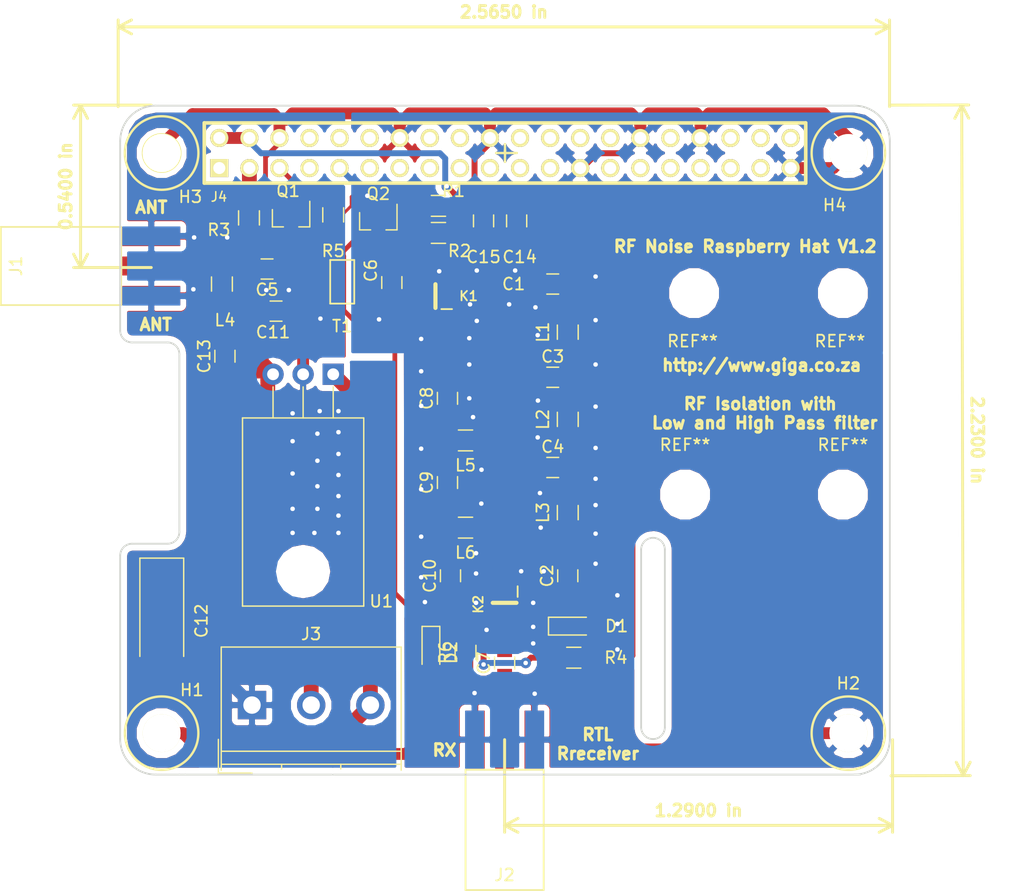
<source format=kicad_pcb>
(kicad_pcb (version 4) (host pcbnew 4.0.7-e2-6376~61~ubuntu18.04.1)
  (title_block (title "RaspberryPi Hat Board") (date 2018-08-26) (rev 1) (company "Giga Technology") (comment 1 "RF Noise Pi Hat") (comment 2 "Author: Anton Janovsky"))
  (layers (0 F.Cu signal) (31 B.Cu signal) (34 B.Paste user) (35 F.Paste user) (36 B.SilkS user) (37 F.SilkS user) (38 B.Mask user) (39 F.Mask user) (44 Edge.Cuts user))
  (net 0 "")
  (net 1 GND)
  (net 2 "Net-(C1-Pad1)")
  (net 3 "Net-(C1-Pad2)")
  (net 4 "Net-(C2-Pad1)")
  (net 5 "Net-(C2-Pad2)")
  (net 6 "Net-(C3-Pad2)")
  (net 7 "Net-(C4-Pad2)")
  (net 8 "Net-(C5-Pad1)")
  (net 9 "Net-(C5-Pad2)")
  (net 10 "Net-(C6-Pad1)")
  (net 11 "Net-(C6-Pad2)")
  (net 12 "Net-(C7-Pad1)")
  (net 13 "Net-(C7-Pad2)")
  (net 14 "Net-(C8-Pad1)")
  (net 15 "Net-(C8-Pad2)")
  (net 16 "Net-(C10-Pad2)")
  (net 17 "Net-(C10-Pad1)")
  (net 18 "Net-(C11-Pad1)")
  (net 19 GNDA)
  (net 20 "Net-(C12-Pad1)")
  (net 21 +5V)
  (net 22 "Net-(D1-Pad2)")
  (net 23 "Net-(J4-Pad3)")
  (net 24 "Net-(J4-Pad5)")
  (net 25 "Net-(Q1-Pad1)")
  (net 26 "Net-(Q2-Pad1)")
  (net 27 "Net-(D1-Pad1)")
  (net 28 "Net-(D2-Pad1)")
  (net 29 "Net-(D2-Pad2)")
  (net 30 "Net-(J4-Pad1)")
  (net 31 "Net-(J4-Pad11)")
  (net 32 "Net-(J4-Pad13)")
  (net 33 "Net-(J4-Pad15)")
  (net 34 "Net-(J4-Pad8)")
  (net 35 "Net-(J4-Pad17)")
  (net 36 "Net-(J4-Pad10)")
  (net 37 "Net-(J4-Pad19)")
  (net 38 "Net-(J4-Pad12)")
  (net 39 "Net-(J4-Pad21)")
  (net 40 "Net-(J4-Pad23)")
  (net 41 "Net-(J4-Pad16)")
  (net 42 "Net-(J4-Pad18)")
  (net 43 "Net-(J4-Pad27)")
  (net 44 "Net-(J4-Pad29)")
  (net 45 "Net-(J4-Pad22)")
  (net 46 "Net-(J4-Pad31)")
  (net 47 "Net-(J4-Pad24)")
  (net 48 "Net-(J4-Pad26)")
  (net 49 "Net-(J4-Pad33)")
  (net 50 "Net-(J4-Pad28)")
  (net 51 "Net-(J4-Pad32)")
  (net 52 "Net-(J4-Pad36)")
  (net 53 "Net-(J4-Pad38)")
  (net 54 "Net-(J4-Pad35)")
  (net 55 "Net-(J4-Pad37)")
  (net 56 "Net-(J4-Pad7)")
  (net 57 "Net-(J4-Pad40)")
  (net 58 "Net-(T1-Pad2)")
  (module PIN_ARRAY_20X2 (layer F.Cu) (at 61.5 25)
    (fp_text reference J4 (at -24.162 3.702) (layer F.SilkS) (effects (font (size 0.8 0.8) (thickness 0.127))))
    (fp_text value Raspberry_Pi_2_3 hide)
    (pad 1 thru_hole rect (at -24.13 1.27) (size 1.524 1.524) (drill 1.016) (layers *.Cu *.Mask F.SilkS) (net 30 "Net-(J4-Pad1)"))
    (pad 2 thru_hole circle (at -24.13 -1.27) (size 1.524 1.524) (drill 1.016) (layers *.Cu *.Mask F.SilkS) (net 21 +5V))
    (pad 11 thru_hole circle (at -11.43 1.27) (size 1.524 1.524) (drill 1.016) (layers *.Cu *.Mask F.SilkS) (net 31 "Net-(J4-Pad11)"))
    (pad 4 thru_hole circle (at -21.59 -1.27) (size 1.524 1.524) (drill 1.016) (layers *.Cu *.Mask F.SilkS) (net 21 +5V))
    (pad 13 thru_hole circle (at -8.89 1.27) (size 1.524 1.524) (drill 1.016) (layers *.Cu *.Mask F.SilkS) (net 32 "Net-(J4-Pad13)"))
    (pad 6 thru_hole circle (at -19.05 -1.27) (size 1.524 1.524) (drill 1.016) (layers *.Cu *.Mask F.SilkS) (net 1 GND))
    (pad 15 thru_hole circle (at -6.35 1.27) (size 1.524 1.524) (drill 1.016) (layers *.Cu *.Mask F.SilkS) (net 33 "Net-(J4-Pad15)"))
    (pad 8 thru_hole circle (at -16.51 -1.27) (size 1.524 1.524) (drill 1.016) (layers *.Cu *.Mask F.SilkS) (net 34 "Net-(J4-Pad8)"))
    (pad 17 thru_hole circle (at -3.81 1.27) (size 1.524 1.524) (drill 1.016) (layers *.Cu *.Mask F.SilkS) (net 35 "Net-(J4-Pad17)"))
    (pad 10 thru_hole circle (at -13.97 -1.27) (size 1.524 1.524) (drill 1.016) (layers *.Cu *.Mask F.SilkS) (net 36 "Net-(J4-Pad10)"))
    (pad 19 thru_hole circle (at -1.27 1.27) (size 1.524 1.524) (drill 1.016) (layers *.Cu *.Mask F.SilkS) (net 37 "Net-(J4-Pad19)"))
    (pad 12 thru_hole circle (at -11.43 -1.27) (size 1.524 1.524) (drill 1.016) (layers *.Cu *.Mask F.SilkS) (net 38 "Net-(J4-Pad12)"))
    (pad 21 thru_hole circle (at 1.27 1.27) (size 1.524 1.524) (drill 1.016) (layers *.Cu *.Mask F.SilkS) (net 39 "Net-(J4-Pad21)"))
    (pad 14 thru_hole circle (at -8.89 -1.27) (size 1.524 1.524) (drill 1.016) (layers *.Cu *.Mask F.SilkS) (net 1 GND))
    (pad 23 thru_hole circle (at 3.81 1.27) (size 1.524 1.524) (drill 1.016) (layers *.Cu *.Mask F.SilkS) (net 40 "Net-(J4-Pad23)"))
    (pad 16 thru_hole circle (at -6.35 -1.27) (size 1.524 1.524) (drill 1.016) (layers *.Cu *.Mask F.SilkS) (net 41 "Net-(J4-Pad16)"))
    (pad 25 thru_hole circle (at 6.35 1.27) (size 1.524 1.524) (drill 1.016) (layers *.Cu *.Mask F.SilkS) (net 1 GND))
    (pad 18 thru_hole circle (at -3.81 -1.27) (size 1.524 1.524) (drill 1.016) (layers *.Cu *.Mask F.SilkS) (net 42 "Net-(J4-Pad18)"))
    (pad 27 thru_hole circle (at 8.89 1.27) (size 1.524 1.524) (drill 1.016) (layers *.Cu *.Mask F.SilkS) (net 43 "Net-(J4-Pad27)"))
    (pad 20 thru_hole circle (at -1.27 -1.27) (size 1.524 1.524) (drill 1.016) (layers *.Cu *.Mask F.SilkS) (net 1 GND))
    (pad 29 thru_hole circle (at 11.43 1.27) (size 1.524 1.524) (drill 1.016) (layers *.Cu *.Mask F.SilkS) (net 44 "Net-(J4-Pad29)"))
    (pad 22 thru_hole circle (at 1.27 -1.27) (size 1.524 1.524) (drill 1.016) (layers *.Cu *.Mask F.SilkS) (net 45 "Net-(J4-Pad22)"))
    (pad 31 thru_hole circle (at 13.97 1.27) (size 1.524 1.524) (drill 1.016) (layers *.Cu *.Mask F.SilkS) (net 46 "Net-(J4-Pad31)"))
    (pad 24 thru_hole circle (at 3.81 -1.27) (size 1.524 1.524) (drill 1.016) (layers *.Cu *.Mask F.SilkS) (net 47 "Net-(J4-Pad24)"))
    (pad 26 thru_hole circle (at 6.35 -1.27) (size 1.524 1.524) (drill 1.016) (layers *.Cu *.Mask F.SilkS) (net 48 "Net-(J4-Pad26)"))
    (pad 33 thru_hole circle (at 16.51 1.27) (size 1.524 1.524) (drill 1.016) (layers *.Cu *.Mask F.SilkS) (net 49 "Net-(J4-Pad33)"))
    (pad 28 thru_hole circle (at 8.89 -1.27) (size 1.524 1.524) (drill 1.016) (layers *.Cu *.Mask F.SilkS) (net 50 "Net-(J4-Pad28)"))
    (pad 32 thru_hole circle (at 13.97 -1.27) (size 1.524 1.524) (drill 1.016) (layers *.Cu *.Mask F.SilkS) (net 51 "Net-(J4-Pad32)"))
    (pad 34 thru_hole circle (at 16.51 -1.27) (size 1.524 1.524) (drill 1.016) (layers *.Cu *.Mask F.SilkS) (net 1 GND))
    (pad 36 thru_hole circle (at 19.05 -1.27) (size 1.524 1.524) (drill 1.016) (layers *.Cu *.Mask F.SilkS) (net 52 "Net-(J4-Pad36)"))
    (pad 38 thru_hole circle (at 21.59 -1.27) (size 1.524 1.524) (drill 1.016) (layers *.Cu *.Mask F.SilkS) (net 53 "Net-(J4-Pad38)"))
    (pad 35 thru_hole circle (at 19.05 1.27) (size 1.524 1.524) (drill 1.016) (layers *.Cu *.Mask F.SilkS) (net 54 "Net-(J4-Pad35)"))
    (pad 37 thru_hole circle (at 21.59 1.27) (size 1.524 1.524) (drill 1.016) (layers *.Cu *.Mask F.SilkS) (net 55 "Net-(J4-Pad37)"))
    (pad 3 thru_hole circle (at -21.59 1.27) (size 1.524 1.524) (drill 1.016) (layers *.Cu *.Mask F.SilkS) (net 23 "Net-(J4-Pad3)"))
    (pad 5 thru_hole circle (at -19.05 1.27) (size 1.524 1.524) (drill 1.016) (layers *.Cu *.Mask F.SilkS) (net 24 "Net-(J4-Pad5)"))
    (pad 7 thru_hole circle (at -16.51 1.27) (size 1.524 1.524) (drill 1.016) (layers *.Cu *.Mask F.SilkS) (net 56 "Net-(J4-Pad7)"))
    (pad 9 thru_hole circle (at -13.97 1.27) (size 1.524 1.524) (drill 1.016) (layers *.Cu *.Mask F.SilkS) (net 1 GND))
    (pad 39 thru_hole circle (at 24.13 1.27) (size 1.524 1.524) (drill 1.016) (layers *.Cu *.Mask F.SilkS) (net 1 GND))
    (pad 40 thru_hole circle (at 24.13 -1.27) (size 1.524 1.524) (drill 1.016) (layers *.Cu *.Mask F.SilkS) (net 57 "Net-(J4-Pad40)"))
    (pad 30 thru_hole circle (at 11.43 -1.27) (size 1.524 1.524) (drill 1.016) (layers *.Cu *.Mask F.SilkS) (net 1 GND))
  )
  (module Capacitors_SMD:C_0805_HandSoldering (layer F.Cu) (at 65.532 36.068 180)
    (fp_text reference C1 (at 3.302 0 180) (layer F.SilkS))
    (fp_text value 100nF)
    (pad 1 smd rect (at -1.25 0 180) (size 1.5 1.25) (layers F.Cu F.Paste F.Mask) (net 2 "Net-(C1-Pad1)"))
    (pad 2 smd rect (at 1.25 0 180) (size 1.5 1.25) (layers F.Cu F.Paste F.Mask) (net 3 "Net-(C1-Pad2)"))
  )
  (module Capacitors_SMD:C_0805_HandSoldering (layer F.Cu) (at 66.802 60.706 90)
    (fp_text reference C2 (at 0 -1.75 90) (layer F.SilkS))
    (fp_text value 100nF)
    (pad 1 smd rect (at -1.25 0 90) (size 1.5 1.25) (layers F.Cu F.Paste F.Mask) (net 4 "Net-(C2-Pad1)"))
    (pad 2 smd rect (at 1.25 0 90) (size 1.5 1.25) (layers F.Cu F.Paste F.Mask) (net 5 "Net-(C2-Pad2)"))
  )
  (module Capacitors_SMD:C_0805_HandSoldering (layer F.Cu) (at 65.532 43.942)
    (fp_text reference C3 (at 0 -1.75) (layer F.SilkS))
    (fp_text value 360pF)
    (pad 1 smd rect (at -1.25 0) (size 1.5 1.25) (layers F.Cu F.Paste F.Mask) (net 1 GND))
    (pad 2 smd rect (at 1.25 0) (size 1.5 1.25) (layers F.Cu F.Paste F.Mask) (net 6 "Net-(C3-Pad2)"))
  )
  (module Capacitors_SMD:C_0805_HandSoldering (layer F.Cu) (at 65.532 51.562)
    (fp_text reference C4 (at 0 -1.75) (layer F.SilkS))
    (fp_text value 360pF)
    (pad 1 smd rect (at -1.25 0) (size 1.5 1.25) (layers F.Cu F.Paste F.Mask) (net 1 GND))
    (pad 2 smd rect (at 1.25 0) (size 1.5 1.25) (layers F.Cu F.Paste F.Mask) (net 7 "Net-(C4-Pad2)"))
  )
  (module Capacitors_SMD:C_0805_HandSoldering (layer F.Cu) (at 41.402 34.798 180)
    (fp_text reference C5 (at 0 -1.75 180) (layer F.SilkS))
    (fp_text value 100nF)
    (pad 1 smd rect (at -1.25 0 180) (size 1.5 1.25) (layers F.Cu F.Paste F.Mask) (net 8 "Net-(C5-Pad1)"))
    (pad 2 smd rect (at 1.25 0 180) (size 1.5 1.25) (layers F.Cu F.Paste F.Mask) (net 9 "Net-(C5-Pad2)"))
  )
  (module Capacitors_SMD:C_0805_HandSoldering (layer F.Cu) (at 51.943 35.941 90)
    (fp_text reference C6 (at 1.016 -1.778 90) (layer F.SilkS))
    (fp_text value 100nF)
    (pad 1 smd rect (at -1.25 0 90) (size 1.5 1.25) (layers F.Cu F.Paste F.Mask) (net 10 "Net-(C6-Pad1)"))
    (pad 2 smd rect (at 1.25 0 90) (size 1.5 1.25) (layers F.Cu F.Paste F.Mask) (net 11 "Net-(C6-Pad2)"))
  )
  (module Capacitors_SMD:C_0805_HandSoldering (layer F.Cu) (at 61.468 68.072 90)
    (fp_text reference C7 (at 0 -1.75 90) (layer F.SilkS))
    (fp_text value 100nF)
    (pad 1 smd rect (at -1.25 0 90) (size 1.5 1.25) (layers F.Cu F.Paste F.Mask) (net 12 "Net-(C7-Pad1)"))
    (pad 2 smd rect (at 1.25 0 90) (size 1.5 1.25) (layers F.Cu F.Paste F.Mask) (net 13 "Net-(C7-Pad2)"))
  )
  (module Capacitors_SMD:C_0805_HandSoldering (layer F.Cu) (at 56.642 45.72 90)
    (fp_text reference C8 (at 0 -1.75 90) (layer F.SilkS))
    (fp_text value 390pF)
    (pad 1 smd rect (at -1.25 0 90) (size 1.5 1.25) (layers F.Cu F.Paste F.Mask) (net 14 "Net-(C8-Pad1)"))
    (pad 2 smd rect (at 1.25 0 90) (size 1.5 1.25) (layers F.Cu F.Paste F.Mask) (net 15 "Net-(C8-Pad2)"))
  )
  (module Capacitors_SMD:C_0805_HandSoldering (layer F.Cu) (at 56.642 52.832 90)
    (fp_text reference C9 (at 0 -1.75 90) (layer F.SilkS))
    (fp_text value 120pF)
    (pad 1 smd rect (at -1.25 0 90) (size 1.5 1.25) (layers F.Cu F.Paste F.Mask) (net 16 "Net-(C10-Pad2)"))
    (pad 2 smd rect (at 1.25 0 90) (size 1.5 1.25) (layers F.Cu F.Paste F.Mask) (net 14 "Net-(C8-Pad1)"))
  )
  (module Capacitors_SMD:C_0805_HandSoldering (layer F.Cu) (at 56.896 60.706 90)
    (fp_text reference C10 (at 0 -1.75 90) (layer F.SilkS))
    (fp_text value 390pF)
    (pad 1 smd rect (at -1.25 0 90) (size 1.5 1.25) (layers F.Cu F.Paste F.Mask) (net 17 "Net-(C10-Pad1)"))
    (pad 2 smd rect (at 1.25 0 90) (size 1.5 1.25) (layers F.Cu F.Paste F.Mask) (net 16 "Net-(C10-Pad2)"))
  )
  (module Capacitors_SMD:C_0805_HandSoldering (layer F.Cu) (at 42.164 38.354)
    (fp_text reference C11 (at -0.254 1.778) (layer F.SilkS))
    (fp_text value 100nF)
    (pad 1 smd rect (at -1.25 0) (size 1.5 1.25) (layers F.Cu F.Paste F.Mask) (net 18 "Net-(C11-Pad1)"))
    (pad 2 smd rect (at 1.25 0) (size 1.5 1.25) (layers F.Cu F.Paste F.Mask) (net 19 GNDA))
  )
  (module Capacitors_Tantalum_SMD:CP_Tantalum_Case-C_EIA-6032-28_Hand (layer F.Cu) (at 32.512 64.516 270)
    (fp_text reference C12 (at 0 -3.35 270) (layer F.SilkS))
    (fp_text value "47uF 16V")
    (pad 1 smd rect (at -3.125 0 270) (size 3.75 2.5) (layers F.Cu F.Paste F.Mask) (net 20 "Net-(C12-Pad1)"))
    (pad 2 smd rect (at 3.125 0 270) (size 3.75 2.5) (layers F.Cu F.Paste F.Mask) (net 19 GNDA))
  )
  (module Capacitors_SMD:C_0805_HandSoldering (layer F.Cu) (at 37.846 42.164 90)
    (fp_text reference C13 (at 0 -1.75 90) (layer F.SilkS))
    (fp_text value "4.7uF 16V")
    (pad 1 smd rect (at -1.25 0 90) (size 1.5 1.25) (layers F.Cu F.Paste F.Mask) (net 18 "Net-(C11-Pad1)"))
    (pad 2 smd rect (at 1.25 0 90) (size 1.5 1.25) (layers F.Cu F.Paste F.Mask) (net 19 GNDA))
  )
  (module Capacitors_SMD:C_0805_HandSoldering (layer F.Cu) (at 62.484 30.734 90)
    (fp_text reference C14 (at -3.048 0.254 180) (layer F.SilkS))
    (fp_text value 100nF)
    (pad 1 smd rect (at -1.25 0 90) (size 1.5 1.25) (layers F.Cu F.Paste F.Mask) (net 21 +5V))
    (pad 2 smd rect (at 1.25 0 90) (size 1.5 1.25) (layers F.Cu F.Paste F.Mask) (net 1 GND))
  )
  (module Capacitors_SMD:C_0805_HandSoldering (layer F.Cu) (at 59.69 30.734 90)
    (fp_text reference C15 (at -3.048 0 180) (layer F.SilkS))
    (fp_text value "4.7uF 16V")
    (pad 1 smd rect (at -1.25 0 90) (size 1.5 1.25) (layers F.Cu F.Paste F.Mask) (net 21 +5V))
    (pad 2 smd rect (at 1.25 0 90) (size 1.5 1.25) (layers F.Cu F.Paste F.Mask) (net 1 GND))
  )
  (module LEDs:LED_0805_HandSoldering (layer F.Cu) (at 67.3735 64.9605)
    (fp_text reference D1 (at 3.556 0) (layer F.SilkS))
    (fp_text value LED)
    (pad 1 smd rect (at -1.35 0) (size 1.5 1.3) (layers F.Cu F.Paste F.Mask) (net 27 "Net-(D1-Pad1)"))
    (pad 2 smd rect (at 1.35 0) (size 1.5 1.3) (layers F.Cu F.Paste F.Mask) (net 22 "Net-(D1-Pad2)"))
  )
  (module Connectors_Terminal_Blocks:TerminalBlock_Philmore_TB133_03x5mm_Straight (layer F.Cu) (at 40.132 71.628)
    (fp_text reference J3 (at 5 -6) (layer F.SilkS))
    (fp_text value Conn_01x03)
    (pad 1 thru_hole rect (at 0 0) (size 2.4 2.4) (drill 1.47) (layers *.Cu *.Mask) (net 19 GNDA))
    (pad 2 thru_hole circle (at 5 0) (size 2.4 2.4) (drill 1.47) (layers *.Cu *.Mask) (net 18 "Net-(C11-Pad1)"))
    (pad 3 thru_hole circle (at 10 0) (size 2.4 2.4) (drill 1.47) (layers *.Cu *.Mask) (net 20 "Net-(C12-Pad1)"))
  )
  (module rf_noise_antenna:SC-70-6 (layer F.Cu) (at 55.626 37.084 180)
    (fp_text reference K1 (at -2.794 0 180) (layer F.SilkS) (effects (font (size 0.8 0.8))))
    (fp_text value MASWSS0115)
    (pad 5 smd rect (at 0.95 0) (size 0.75 0.4) (layers F.Cu F.Paste F.Mask) (net 10 "Net-(C6-Pad1)"))
    (pad 1 smd rect (at -0.95 -0.65) (size 0.75 0.4) (layers F.Cu F.Paste F.Mask) (net 15 "Net-(C8-Pad2)"))
    (pad 3 smd rect (at -0.95 0.65) (size 0.75 0.4) (layers F.Cu F.Paste F.Mask) (net 3 "Net-(C1-Pad2)"))
    (pad 2 smd rect (at -0.95 0) (size 0.75 0.4) (layers F.Cu F.Paste F.Mask) (net 1 GND))
    (pad 4 smd rect (at 0.95 0.65) (size 0.75 0.4) (layers F.Cu F.Paste F.Mask) (net 27 "Net-(D1-Pad1)"))
    (pad 6 smd rect (at 0.95 -0.65) (size 0.75 0.4) (layers F.Cu F.Paste F.Mask) (net 28 "Net-(D2-Pad1)"))
  )
  (module rf_noise_antenna:SC-70-6 (layer F.Cu) (at 61.468 62.992 270)
    (fp_text reference K2 (at 0.127 2.2225 270) (layer F.SilkS) (effects (font (size 0.8 0.8))))
    (fp_text value MASWSS0115)
    (pad 5 smd rect (at 0.95 0 90) (size 0.75 0.4) (layers F.Cu F.Paste F.Mask) (net 13 "Net-(C7-Pad2)"))
    (pad 1 smd rect (at -0.95 -0.65 90) (size 0.75 0.4) (layers F.Cu F.Paste F.Mask) (net 4 "Net-(C2-Pad1)"))
    (pad 3 smd rect (at -0.95 0.65 90) (size 0.75 0.4) (layers F.Cu F.Paste F.Mask) (net 17 "Net-(C10-Pad1)"))
    (pad 2 smd rect (at -0.95 0 90) (size 0.75 0.4) (layers F.Cu F.Paste F.Mask) (net 1 GND))
    (pad 4 smd rect (at 0.95 0.65 90) (size 0.75 0.4) (layers F.Cu F.Paste F.Mask) (net 28 "Net-(D2-Pad1)"))
    (pad 6 smd rect (at 0.95 -0.65 90) (size 0.75 0.4) (layers F.Cu F.Paste F.Mask) (net 27 "Net-(D1-Pad1)"))
  )
  (module Inductors_SMD:L_0805_HandSoldering (layer F.Cu) (at 66.802 40.132 90)
    (fp_text reference L1 (at 0 -2.1 90) (layer F.SilkS))
    (fp_text value 330nH)
    (pad 1 smd rect (at -1.35 0 90) (size 1.5 1.3) (layers F.Cu F.Paste F.Mask) (net 6 "Net-(C3-Pad2)"))
    (pad 2 smd rect (at 1.35 0 90) (size 1.5 1.3) (layers F.Cu F.Paste F.Mask) (net 2 "Net-(C1-Pad1)"))
  )
  (module Inductors_SMD:L_0805_HandSoldering (layer F.Cu) (at 66.802 47.498 90)
    (fp_text reference L2 (at 0 -2.1 90) (layer F.SilkS))
    (fp_text value 1.1uH)
    (pad 1 smd rect (at -1.35 0 90) (size 1.5 1.3) (layers F.Cu F.Paste F.Mask) (net 7 "Net-(C4-Pad2)"))
    (pad 2 smd rect (at 1.35 0 90) (size 1.5 1.3) (layers F.Cu F.Paste F.Mask) (net 6 "Net-(C3-Pad2)"))
  )
  (module Inductors_SMD:L_0805_HandSoldering (layer F.Cu) (at 66.802 55.372 90)
    (fp_text reference L3 (at 0 -2.1 90) (layer F.SilkS))
    (fp_text value 330nH)
    (pad 1 smd rect (at -1.35 0 90) (size 1.5 1.3) (layers F.Cu F.Paste F.Mask) (net 5 "Net-(C2-Pad2)"))
    (pad 2 smd rect (at 1.35 0 90) (size 1.5 1.3) (layers F.Cu F.Paste F.Mask) (net 7 "Net-(C4-Pad2)"))
  )
  (module Inductors_SMD:L_0805_HandSoldering (layer F.Cu) (at 37.592 36.068 270)
    (fp_text reference L4 (at 3.048 -0.254 360) (layer F.SilkS))
    (fp_text value 10uH)
    (pad 1 smd rect (at -1.35 0 270) (size 1.5 1.3) (layers F.Cu F.Paste F.Mask) (net 9 "Net-(C5-Pad2)"))
    (pad 2 smd rect (at 1.35 0 270) (size 1.5 1.3) (layers F.Cu F.Paste F.Mask) (net 18 "Net-(C11-Pad1)"))
  )
  (module Inductors_SMD:L_0805_HandSoldering (layer F.Cu) (at 58.166 49.276 180)
    (fp_text reference L5 (at 0 -2.1 180) (layer F.SilkS))
    (fp_text value 360nH)
    (pad 1 smd rect (at -1.35 0 180) (size 1.5 1.3) (layers F.Cu F.Paste F.Mask) (net 1 GND))
    (pad 2 smd rect (at 1.35 0 180) (size 1.5 1.3) (layers F.Cu F.Paste F.Mask) (net 14 "Net-(C8-Pad1)"))
  )
  (module Inductors_SMD:L_0805_HandSoldering (layer F.Cu) (at 58.166 56.642 180)
    (fp_text reference L6 (at 0 -2.1 180) (layer F.SilkS))
    (fp_text value 360nH)
    (pad 1 smd rect (at -1.35 0 180) (size 1.5 1.3) (layers F.Cu F.Paste F.Mask) (net 1 GND))
    (pad 2 smd rect (at 1.35 0 180) (size 1.5 1.3) (layers F.Cu F.Paste F.Mask) (net 16 "Net-(C10-Pad2)"))
  )
  (module Resistors_SMD:R_0805_HandSoldering (layer F.Cu) (at 55.88 29.464)
    (fp_text reference R1 (at 1.27 -1.27) (layer F.SilkS))
    (fp_text value 250)
    (pad 1 smd rect (at -1.35 0) (size 1.5 1.3) (layers F.Cu F.Paste F.Mask) (net 28 "Net-(D2-Pad1)"))
    (pad 2 smd rect (at 1.35 0) (size 1.5 1.3) (layers F.Cu F.Paste F.Mask) (net 21 +5V))
  )
  (module Resistors_SMD:R_0805_HandSoldering (layer F.Cu) (at 55.88 31.75)
    (fp_text reference R2 (at 1.778 1.524) (layer F.SilkS))
    (fp_text value 250)
    (pad 1 smd rect (at -1.35 0) (size 1.5 1.3) (layers F.Cu F.Paste F.Mask) (net 27 "Net-(D1-Pad1)"))
    (pad 2 smd rect (at 1.35 0) (size 1.5 1.3) (layers F.Cu F.Paste F.Mask) (net 21 +5V))
  )
  (module Resistors_SMD:R_0805_HandSoldering (layer F.Cu) (at 39.878 30.48 270)
    (fp_text reference R3 (at 1.016 2.54 360) (layer F.SilkS))
    (fp_text value 1k2)
    (pad 1 smd rect (at -1.35 0 270) (size 1.5 1.3) (layers F.Cu F.Paste F.Mask) (net 23 "Net-(J4-Pad3)"))
    (pad 2 smd rect (at 1.35 0 270) (size 1.5 1.3) (layers F.Cu F.Paste F.Mask) (net 25 "Net-(Q1-Pad1)"))
  )
  (module Resistors_SMD:R_0805_HandSoldering (layer F.Cu) (at 67.31 67.6275 180)
    (fp_text reference R4 (at -3.556 0 180) (layer F.SilkS))
    (fp_text value 250)
    (pad 1 smd rect (at -1.35 0 180) (size 1.5 1.3) (layers F.Cu F.Paste F.Mask) (net 22 "Net-(D1-Pad2)"))
    (pad 2 smd rect (at 1.35 0 180) (size 1.5 1.3) (layers F.Cu F.Paste F.Mask) (net 21 +5V))
  )
  (module Resistors_SMD:R_0805_HandSoldering (layer F.Cu) (at 46.99 30.226 90)
    (fp_text reference R5 (at -3.048 0 180) (layer F.SilkS))
    (fp_text value 1k2)
    (pad 1 smd rect (at -1.35 0 90) (size 1.5 1.3) (layers F.Cu F.Paste F.Mask) (net 26 "Net-(Q2-Pad1)"))
    (pad 2 smd rect (at 1.35 0 90) (size 1.5 1.3) (layers F.Cu F.Paste F.Mask) (net 24 "Net-(J4-Pad5)"))
  )
  (module rf_noise_antenna:SM22 (layer F.Cu) (at 47.752 35.814)
    (fp_text reference T1 (at 0 3.81) (layer F.SilkS))
    (fp_text value MABA-009180-500MHz_1P_1S)
    (pad 1 smd rect (at -1.778 -1.27) (size 1.4 0.76) (layers F.Cu F.Paste F.Mask) (net 8 "Net-(C5-Pad1)"))
    (pad 2 smd rect (at -1.778 0) (size 1.4 0.76) (layers F.Cu F.Paste F.Mask) (net 58 "Net-(T1-Pad2)"))
    (pad 3 smd rect (at -1.778 1.27) (size 1.4 0.76) (layers F.Cu F.Paste F.Mask) (net 19 GNDA))
    (pad 4 smd rect (at 1.778 1.27) (size 1.4 0.76) (layers F.Cu F.Paste F.Mask) (net 1 GND))
    (pad 5 smd rect (at 1.778 -1.27) (size 1.4 0.76) (layers F.Cu F.Paste F.Mask) (net 11 "Net-(C6-Pad2)"))
  )
  (module Mounting_Holes:MountingHole_3.2mm_M3 (layer F.Cu) (at 32.5 74)
    (fp_text reference H1 (at 2.552 -3.642) (layer F.SilkS))
    (fp_text value Conn_01x01)
    (pad 1 np_thru_hole circle (at 0 0) (size 3.2 3.2) (drill 3.2) (layers *.Cu *.Mask) (net 1 GND))
  )
  (module Mounting_Holes:MountingHole_3.2mm_M3 (layer F.Cu) (at 90.5 74)
    (fp_text reference H2 (at 0 -4.2) (layer F.SilkS))
    (fp_text value Conn_01x01)
    (pad 1 np_thru_hole circle (at 0 0) (size 3.2 3.2) (drill 3.2) (layers *.Cu *.Mask) (net 1 GND))
  )
  (module Mounting_Holes:MountingHole_3.2mm_M3 (layer F.Cu) (at 32.5 25)
    (fp_text reference H3 (at 2.425 3.702) (layer F.SilkS))
    (fp_text value Conn_01x01)
    (pad 1 np_thru_hole circle (at 0 0) (size 3.2 3.2) (drill 3.2) (layers *.Cu *.Mask) (net 1 GND))
  )
  (module Mounting_Holes:MountingHole_3.2mm_M3 (layer F.Cu) (at 90.5 25)
    (fp_text reference H4 (at -1.1555 4.4005) (layer F.SilkS))
    (fp_text value Conn_01x01)
    (pad 1 np_thru_hole circle (at 0 0) (size 3.2 3.2) (drill 3.2) (layers *.Cu *.Mask) (net 1 GND))
  )
  (module TO_SOT_Packages_SMD:SOT-23 (layer F.Cu) (at 43.434 30.48 270)
    (fp_text reference Q1 (at -2.286 0.254 360) (layer F.SilkS))
    (fp_text value BC847)
    (pad 1 smd rect (at -1 -0.95 270) (size 0.9 0.8) (layers F.Cu F.Paste F.Mask) (net 25 "Net-(Q1-Pad1)"))
    (pad 2 smd rect (at -1 0.95 270) (size 0.9 0.8) (layers F.Cu F.Paste F.Mask) (net 1 GND))
    (pad 3 smd rect (at 1 0 270) (size 0.9 0.8) (layers F.Cu F.Paste F.Mask) (net 28 "Net-(D2-Pad1)"))
  )
  (module TO_SOT_Packages_SMD:SOT-23 (layer F.Cu) (at 50.8 30.734 270)
    (fp_text reference Q2 (at -2.286 0 360) (layer F.SilkS))
    (fp_text value BC847)
    (pad 1 smd rect (at -1 -0.95 270) (size 0.9 0.8) (layers F.Cu F.Paste F.Mask) (net 26 "Net-(Q2-Pad1)"))
    (pad 2 smd rect (at -1 0.95 270) (size 0.9 0.8) (layers F.Cu F.Paste F.Mask) (net 1 GND))
    (pad 3 smd rect (at 1 0 270) (size 0.9 0.8) (layers F.Cu F.Paste F.Mask) (net 27 "Net-(D1-Pad1)"))
  )
  (module TO_SOT_Packages_THT:TO-220_Horizontal (layer F.Cu) (at 46.99 43.688 180)
    (fp_text reference U1 (at -4.064 -19.177 180) (layer F.SilkS))
    (fp_text value L7812)
    (pad 0 np_thru_hole oval (at 2.54 -16.66 180) (size 3.5 3.5) (drill 3.5) (layers *.Cu *.Mask))
    (pad 1 thru_hole rect (at 0 0 180) (size 1.8 1.8) (drill 1) (layers *.Cu *.Mask) (net 20 "Net-(C12-Pad1)"))
    (pad 2 thru_hole oval (at 2.54 0 180) (size 1.8 1.8) (drill 1) (layers *.Cu *.Mask) (net 19 GNDA))
    (pad 3 thru_hole oval (at 5.08 0 180) (size 1.8 1.8) (drill 1) (layers *.Cu *.Mask) (net 18 "Net-(C11-Pad1)"))
  )
  (module LEDs:LED_0805_HandSoldering (layer F.Cu) (at 55.245 67.183 270)
    (fp_text reference D2 (at 0 -1.7 270) (layer F.SilkS))
    (fp_text value LED)
    (pad 1 smd rect (at -1.35 0 270) (size 1.5 1.3) (layers F.Cu F.Paste F.Mask) (net 28 "Net-(D2-Pad1)"))
    (pad 2 smd rect (at 1.35 0 270) (size 1.5 1.3) (layers F.Cu F.Paste F.Mask) (net 29 "Net-(D2-Pad2)"))
  )
  (module Bacar:SMA_Edge (layer F.Cu) (at 31.623 34.544 90)
    (fp_text reference J1 (at 0 -11.43 90) (layer F.SilkS))
    (fp_text value Conn_Coaxial)
    (pad 1 connect rect (at 0 0 90) (size 1.6 4.9) (layers F.Cu F.Mask) (net 9 "Net-(C5-Pad2)"))
    (pad 2 connect rect (at -2.48 0 90) (size 1.6 4.9) (layers F.Cu F.Mask) (net 19 GNDA))
    (pad 2 smd rect (at 2.48 0 90) (size 1.6 4.9) (layers F.Cu F.Paste F.Mask) (net 19 GNDA))
    (pad 2 smd rect (at 2.54 0 90) (size 1.6 4.9) (layers B.Cu F.Paste F.Mask) (net 19 GNDA))
    (pad 2 smd rect (at -2.54 0 90) (size 1.6 4.9) (layers B.Cu F.Paste F.Mask) (net 19 GNDA))
  )
  (module Bacar:SMA_Edge (layer F.Cu) (at 61.468 74.549 180)
    (fp_text reference J2 (at 0 -11.43 180) (layer F.SilkS))
    (fp_text value Conn_Coaxial)
    (pad 1 connect rect (at 0 0 180) (size 1.6 4.9) (layers F.Cu F.Mask) (net 12 "Net-(C7-Pad1)"))
    (pad 2 connect rect (at -2.48 0 180) (size 1.6 4.9) (layers F.Cu F.Mask) (net 1 GND))
    (pad 2 smd rect (at 2.48 0 180) (size 1.6 4.9) (layers F.Cu F.Paste F.Mask) (net 1 GND))
    (pad 2 smd rect (at 2.54 0 180) (size 1.6 4.9) (layers B.Cu F.Paste F.Mask) (net 1 GND))
    (pad 2 smd rect (at -2.54 0 180) (size 1.6 4.9) (layers B.Cu F.Paste F.Mask) (net 1 GND))
  )
  (module Resistors_SMD:R_0805_HandSoldering (layer F.Cu) (at 58.166 67.183 90)
    (fp_text reference R6 (at 0 -1.7 90) (layer F.SilkS))
    (fp_text value 250)
    (pad 1 smd rect (at -1.35 0 90) (size 1.5 1.3) (layers F.Cu F.Paste F.Mask) (net 29 "Net-(D2-Pad2)"))
    (pad 2 smd rect (at 1.35 0 90) (size 1.5 1.3) (layers F.Cu F.Paste F.Mask) (net 21 +5V))
  )
  (module Mounting_Holes:MountingHole_3.2mm_M3 (layer F.Cu) (at 90.043 36.83)
    (fp_text reference REF** (at -0.254 4.064) (layer F.SilkS))
    (fp_text value MountingHole_3.2mm_M3)
    (pad 1 np_thru_hole circle (at 0 0) (size 3.2 3.2) (drill 3.2) (layers *.Cu *.Mask))
  )
  (module Mounting_Holes:MountingHole_3.2mm_M3 (layer F.Cu) (at 77.47 36.83)
    (fp_text reference REF** (at -0.127 4.064) (layer F.SilkS))
    (fp_text value MountingHole_3.2mm_M3)
    (pad 1 np_thru_hole circle (at 0 0) (size 3.2 3.2) (drill 3.2) (layers *.Cu *.Mask))
  )
  (module Mounting_Holes:MountingHole_3.2mm_M3 (layer F.Cu) (at 76.708 53.848)
    (fp_text reference REF** (at 0 -4.2) (layer F.SilkS))
    (fp_text value MountingHole_3.2mm_M3)
    (pad 1 np_thru_hole circle (at 0 0) (size 3.2 3.2) (drill 3.2) (layers *.Cu *.Mask))
  )
  (module Mounting_Holes:MountingHole_3.2mm_M3 (layer F.Cu) (at 90.043 53.848)
    (fp_text reference REF** (at 0 -4.2) (layer F.SilkS))
    (fp_text value MountingHole_3.2mm_M3)
    (pad 1 np_thru_hole circle (at 0 0) (size 3.2 3.2) (drill 3.2) (layers *.Cu *.Mask))
  )
  (gr_text "RF Isolation with \nLow and High Pass filter" (at 83.439 46.99) (layer F.SilkS) (effects (font (size 1 1) (thickness 0.25))))
  (dimension 13.716 (width 0.25) (layer F.SilkS) (gr_text "13.716 mm" (at 24.654 27.813 90) (layer F.SilkS) (effects (font (size 1 1) (thickness 0.25)))) (feature1 (pts (xy 31.623 20.955) (xy 23.654 20.955))) (feature2 (pts (xy 31.623 34.671) (xy 23.654 34.671))) (crossbar (pts (xy 25.654 34.671) (xy 25.654 20.955))) (arrow1a (pts (xy 25.654 20.955) (xy 26.240421 22.081504))) (arrow1b (pts (xy 25.654 20.955) (xy 25.067579 22.081504))) (arrow2a (pts (xy 25.654 34.671) (xy 26.240421 33.544496))) (arrow2b (pts (xy 25.654 34.671) (xy 25.067579 33.544496))))
  (dimension 32.766 (width 0.25) (layer F.SilkS) (gr_text "32.766 mm" (at 77.851 82.788) (layer F.SilkS) (effects (font (size 1 1) (thickness 0.25)))) (feature1 (pts (xy 94.234 74.549) (xy 94.234 83.788))) (feature2 (pts (xy 61.468 74.549) (xy 61.468 83.788))) (crossbar (pts (xy 61.468 81.788) (xy 94.234 81.788))) (arrow1a (pts (xy 94.234 81.788) (xy 93.107496 82.374421))) (arrow1b (pts (xy 94.234 81.788) (xy 93.107496 81.201579))) (arrow2a (pts (xy 61.468 81.788) (xy 62.594504 82.374421))) (arrow2b (pts (xy 61.468 81.788) (xy 62.594504 81.201579))))
  (dimension 56.642142 (width 0.25) (layer F.SilkS) (gr_text "56.642 mm" (at 101.140605 49.260087 270.1284657) (layer F.SilkS) (effects (font (size 1 1) (thickness 0.25)))) (feature1 (pts (xy 94.107 77.597) (xy 102.204103 77.578845))) (feature2 (pts (xy 93.98 20.955) (xy 102.077103 20.936845))) (crossbar (pts (xy 100.077108 20.941329) (xy 100.204108 77.583329))) (arrow1a (pts (xy 100.204108 77.583329) (xy 99.615163 76.458143))) (arrow1b (pts (xy 100.204108 77.583329) (xy 100.788001 76.455513))) (arrow2a (pts (xy 100.077108 20.941329) (xy 99.493215 22.069145))) (arrow2b (pts (xy 100.077108 20.941329) (xy 100.666053 22.066515))))
  (dimension 65.151 (width 0.25) (layer F.SilkS) (gr_text "65.151 mm" (at 61.4045 13.351) (layer F.SilkS) (effects (font (size 1 1) (thickness 0.25)))) (feature1 (pts (xy 93.98 21.082) (xy 93.98 12.351))) (feature2 (pts (xy 28.829 21.082) (xy 28.829 12.351))) (crossbar (pts (xy 28.829 14.351) (xy 93.98 14.351))) (arrow1a (pts (xy 93.98 14.351) (xy 92.853496 14.937421))) (arrow1b (pts (xy 93.98 14.351) (xy 92.853496 13.764579))) (arrow2a (pts (xy 28.829 14.351) (xy 29.955504 14.937421))) (arrow2b (pts (xy 28.829 14.351) (xy 29.955504 13.764579))))
  (gr_text RX (at 56.388 75.438) (layer F.SilkS) (effects (font (size 1 1) (thickness 0.25))))
  (gr_text "RTL\nRreceiver" (at 69.342 74.93) (layer F.SilkS) (effects (font (size 1 1) (thickness 0.25))))
  (gr_text ANT (at 31.623 29.591) (layer F.SilkS) (effects (font (size 1 1) (thickness 0.25))))
  (gr_text ANT (at 32.004 39.497) (layer F.SilkS) (effects (font (size 1 1) (thickness 0.25))))
  (gr_text http://www.giga.co.za (at 83.185 42.926) (layer F.SilkS) (effects (font (size 1 1) (thickness 0.25))))
  (gr_text "RF Noise Raspberry Hat V1.2" (at 81.788 32.893) (layer F.SilkS) (effects (font (size 1 1) (thickness 0.25))))
  (gr_text "Giga Technology" (at 73.787 30.099) (layer F.Cu) (effects (font (size 1 1) (thickness 0.25))))
  (gr_line (start 34.5 77.5) (end 46.9 77.5) (angle 90) (layer Edge.Cuts) (width 0.15))
  (gr_line (start 34 77.5) (end 34.5 77.5) (angle 90) (layer Edge.Cuts) (width 0.15))
  (gr_line (start 47.008 77.5) (end 91.508 77.5) (angle 90) (layer Edge.Cuts) (width 0.15))
  (gr_line (start 32 77.5) (end 34 77.5) (angle 90) (layer Edge.Cuts) (width 0.15))
  (gr_circle (center 32.5 74) (end 35.6 73.9) (layer F.SilkS) (width 0.2))
  (gr_circle (center 32.5 74) (end 34 74) (layer F.SilkS) (width 0.2))
  (gr_circle (center 90.5 74) (end 93.6 74.1) (layer F.SilkS) (width 0.2))
  (gr_circle (center 90.5 74) (end 92 74) (layer F.SilkS) (width 0.2))
  (gr_circle (center 32.5 25) (end 35.6 24.8) (layer F.SilkS) (width 0.2))
  (gr_circle (center 90.5 25) (end 93.6 25.1) (layer F.SilkS) (width 0.2))
  (gr_circle (center 90.5 25) (end 92 25) (layer F.SilkS) (width 0.2))
  (gr_circle (center 32.5 25) (end 34 25.5) (layer F.SilkS) (width 0.2))
  (gr_line (start 61.5 25) (end 61.5 24.25) (angle 90) (layer F.SilkS) (width 0.2))
  (gr_line (start 61.5 25) (end 62.5 25) (angle 90) (layer F.SilkS) (width 0.2))
  (gr_line (start 61.5 25) (end 60.75 25) (angle 90) (layer F.SilkS) (width 0.2))
  (gr_line (start 61.5 24.75) (end 61.5 25.75) (angle 90) (layer F.SilkS) (width 0.2))
  (gr_arc (start 74 58.5) (end 74 57.5) (angle 90) (layer Edge.Cuts) (width 0.15))
  (gr_arc (start 74 58.5) (end 73 58.5) (angle 90) (layer Edge.Cuts) (width 0.15))
  (gr_line (start 75 73.5) (end 75 58.5) (angle 90) (layer Edge.Cuts) (width 0.15))
  (gr_arc (start 74 73.5) (end 75 73.5) (angle 90) (layer Edge.Cuts) (width 0.15))
  (gr_arc (start 74 73.5) (end 74 74.5) (angle 90) (layer Edge.Cuts) (width 0.15))
  (gr_line (start 73 73.5) (end 73 58.5) (angle 90) (layer Edge.Cuts) (width 0.15))
  (gr_line (start 29 40) (end 29 24) (angle 90) (layer Edge.Cuts) (width 0.15))
  (gr_arc (start 30 40) (end 30 41) (angle 90) (layer Edge.Cuts) (width 0.15))
  (gr_line (start 33 41) (end 30 41) (angle 90) (layer Edge.Cuts) (width 0.15))
  (gr_arc (start 33 42) (end 33 41) (angle 90) (layer Edge.Cuts) (width 0.15))
  (gr_line (start 34 57) (end 34 42) (angle 90) (layer Edge.Cuts) (width 0.15))
  (gr_arc (start 33 57) (end 34 57) (angle 90) (layer Edge.Cuts) (width 0.15))
  (gr_line (start 30 58) (end 33 58) (angle 90) (layer Edge.Cuts) (width 0.15))
  (gr_arc (start 30 59) (end 29 59) (angle 90) (layer Edge.Cuts) (width 0.15))
  (gr_line (start 29 74.5) (end 29 59) (angle 90) (layer Edge.Cuts) (width 0.15))
  (gr_arc (start 32 74.5) (end 32 77.5) (angle 90) (layer Edge.Cuts) (width 0.15))
  (gr_arc (start 91 74.5) (end 94 74.5) (angle 90) (layer Edge.Cuts) (width 0.15))
  (gr_line (start 94 24) (end 94 74.5) (angle 90) (layer Edge.Cuts) (width 0.15))
  (gr_arc (start 91 24) (end 91 21) (angle 90) (layer Edge.Cuts) (width 0.15))
  (gr_line (start 90 21) (end 91 21) (angle 90) (layer Edge.Cuts) (width 0.15))
  (gr_arc (start 32 24) (end 29 24) (angle 90) (layer Edge.Cuts) (width 0.15))
  (gr_line (start 32 21) (end 90 21) (angle 90) (layer Edge.Cuts) (width 0.15))
  (segment (start 69.1515 59.69) (end 69.1515 60.5155) (width 0.4) (layer B.Cu) (net 1))
  (via (at 69.1515 42.8625) (size 0.889) (drill 0.381) (layers F.Cu B.Cu) (net 1))
  (segment (start 69.1515 42.8625) (end 69.1515 46.4185) (width 0.4) (layer B.Cu) (net 1))
  (via (at 69.1515 46.4185) (size 0.889) (drill 0.381) (layers F.Cu B.Cu) (net 1))
  (segment (start 69.1515 46.4185) (end 69.1515 49.911) (width 0.4) (layer F.Cu) (net 1))
  (via (at 69.1515 49.911) (size 0.889) (drill 0.381) (layers F.Cu B.Cu) (net 1))
  (segment (start 69.1515 49.911) (end 69.1515 52.5145) (width 0.4) (layer B.Cu) (net 1))
  (via (at 69.1515 52.5145) (size 0.889) (drill 0.381) (layers F.Cu B.Cu) (net 1))
  (segment (start 69.1515 52.5145) (end 69.1515 54.737) (width 0.4) (layer F.Cu) (net 1))
  (via (at 69.1515 54.737) (size 0.889) (drill 0.381) (layers F.Cu B.Cu) (net 1))
  (segment (start 69.1515 54.737) (end 69.1515 57.15) (width 0.4) (layer B.Cu) (net 1))
  (via (at 69.1515 57.15) (size 0.889) (drill 0.381) (layers F.Cu B.Cu) (net 1))
  (segment (start 69.1515 57.15) (end 69.1515 59.69) (width 0.4) (layer F.Cu) (net 1))
  (via (at 69.1515 59.69) (size 0.889) (drill 0.381) (layers F.Cu B.Cu) (net 1))
  (segment (start 69.1515 39.116) (end 69.1515 42.8625) (width 0.4) (layer F.Cu) (net 1))
  (via (at 70.993 66.929) (size 0.889) (drill 0.381) (layers F.Cu B.Cu) (net 1))
  (segment (start 70.993 64.77) (end 70.993 66.929) (width 0.4) (layer B.Cu) (net 1))
  (via (at 70.993 64.77) (size 0.889) (drill 0.381) (layers F.Cu B.Cu) (net 1))
  (segment (start 70.993 62.357) (end 70.993 64.77) (width 0.4) (layer F.Cu) (net 1))
  (via (at 70.993 62.357) (size 0.889) (drill 0.381) (layers F.Cu B.Cu) (net 1))
  (segment (start 69.1515 60.5155) (end 70.993 62.357) (width 0.4) (layer B.Cu) (net 1))
  (segment (start 59.055 62.992) (end 59.055 64.389) (width 0.4) (layer B.Cu) (net 1))
  (segment (start 58.9915 62.9285) (end 59.055 62.992) (width 0.4) (layer B.Cu) (net 1))
  (via (at 59.055 62.992) (size 0.889) (drill 0.381) (layers F.Cu B.Cu) (net 1))
  (segment (start 54.737 62.9285) (end 58.9915 62.9285) (width 0.4) (layer B.Cu) (net 1))
  (via (at 59.944 65.278) (size 0.889) (drill 0.381) (layers F.Cu B.Cu) (net 1))
  (segment (start 59.055 64.389) (end 59.944 65.278) (width 0.4) (layer B.Cu) (net 1))
  (segment (start 63.881 62.992) (end 63.881 65.024) (width 0.4) (layer B.Cu) (net 1))
  (segment (start 64.77 62.103) (end 63.881 62.992) (width 0.4) (layer B.Cu) (net 1))
  (via (at 63.881 62.992) (size 0.889) (drill 0.381) (layers F.Cu B.Cu) (net 1))
  (segment (start 64.77 60.325) (end 64.77 62.103) (width 0.4) (layer B.Cu) (net 1))
  (via (at 63.881 66.421) (size 0.889) (drill 0.381) (layers F.Cu B.Cu) (net 1))
  (segment (start 63.881 65.024) (end 63.881 66.421) (width 0.4) (layer F.Cu) (net 1))
  (via (at 63.881 65.024) (size 0.889) (drill 0.381) (layers F.Cu B.Cu) (net 1))
  (segment (start 63.119 64.008) (end 65.151 64.008) (width 0.4) (layer B.Cu) (net 1))
  (segment (start 65.151 64.008) (end 65.848 63.311) (width 0.4) (layer B.Cu) (net 1))
  (via (at 58.928 70.612) (size 0.889) (drill 0.381) (layers F.Cu B.Cu) (net 1))
  (segment (start 58.928 70.612) (end 58.928 70.67) (width 0.4) (layer B.Cu) (net 1))
  (via (at 64.008 70.67) (size 0.889) (drill 0.381) (layers F.Cu B.Cu) (net 1))
  (segment (start 64.008 70.67) (end 64.008 70.612) (width 0.4) (layer F.Cu) (net 1))
  (segment (start 59.309 70.612) (end 59.309 70.67) (width 0.4) (layer B.Cu) (net 1))
  (segment (start 59.309 70.612) (end 59.309 70.67) (width 0.4) (layer B.Cu) (net 1))
  (via (at 49.873 28.613) (size 0.889) (drill 0.381) (layers F.Cu B.Cu) (net 1))
  (segment (start 49.85 29.734) (end 49.85 28.636) (width 0.4) (layer F.Cu) (net 1))
  (segment (start 49.85 28.636) (end 49.873 28.613) (width 0.4) (layer F.Cu) (net 1))
  (segment (start 47.53 26.27) (end 47.606 26.27) (width 0.4) (layer F.Cu) (net 1))
  (segment (start 41.94175 28.03525) (end 41.94175 28.93775) (width 0.4) (layer F.Cu) (net 1))
  (segment (start 41.94175 28.93775) (end 42.484 29.48) (width 0.4) (layer F.Cu) (net 1))
  (segment (start 42.45 23.73) (end 42.45 24.1615) (width 0.4) (layer F.Cu) (net 1))
  (segment (start 42.45 24.1615) (end 41.275 25.3365) (width 0.4) (layer F.Cu) (net 1))
  (segment (start 41.275 25.3365) (end 41.275 27.3685) (width 0.4) (layer F.Cu) (net 1))
  (segment (start 58.166 37.084) (end 58.166 37.4015) (width 0.4) (layer F.Cu) (net 1))
  (via (at 64.262 40.386) (size 0.889) (drill 0.381) (layers F.Cu B.Cu) (net 1))
  (segment (start 64.262 38.227) (end 64.262 40.386) (width 0.4) (layer B.Cu) (net 1))
  (segment (start 64.0715 38.0365) (end 64.262 38.227) (width 0.4) (layer B.Cu) (net 1))
  (via (at 64.0715 38.0365) (size 0.889) (drill 0.381) (layers F.Cu B.Cu) (net 1))
  (segment (start 62.103 38.0365) (end 64.0715 38.0365) (width 0.4) (layer F.Cu) (net 1))
  (segment (start 61.849 37.7825) (end 62.103 38.0365) (width 0.4) (layer F.Cu) (net 1))
  (via (at 61.849 37.7825) (size 0.889) (drill 0.381) (layers F.Cu B.Cu) (net 1))
  (segment (start 58.547 37.7825) (end 61.849 37.7825) (width 0.4) (layer B.Cu) (net 1))
  (via (at 58.547 37.7825) (size 0.889) (drill 0.381) (layers F.Cu B.Cu) (net 1))
  (segment (start 58.166 37.4015) (end 58.547 37.7825) (width 0.4) (layer F.Cu) (net 1))
  (segment (start 64.262 40.386) (end 64.282 40.386) (width 0.4) (layer F.Cu) (net 1))
  (segment (start 64.282 40.386) (end 64.262 40.386) (width 0.4) (layer F.Cu) (net 1))
  (segment (start 64.262 40.386) (end 64.282 40.386) (width 0.4) (layer F.Cu) (net 1))
  (via (at 64.282 45.9105) (size 0.889) (drill 0.381) (layers F.Cu B.Cu) (net 1))
  (via (at 64.262 49.022) (size 0.889) (drill 0.381) (layers F.Cu B.Cu) (net 1))
  (segment (start 64.262 49.022) (end 64.262 45.9305) (width 0.4) (layer B.Cu) (net 1))
  (segment (start 64.262 45.9305) (end 64.282 45.9105) (width 0.4) (layer B.Cu) (net 1))
  (segment (start 64.262 49.022) (end 64.262 49.276) (width 0.4) (layer F.Cu) (net 1))
  (segment (start 64.262 49.276) (end 64.262 49.022) (width 0.4) (layer F.Cu) (net 1))
  (segment (start 64.262 49.022) (end 64.262 49.276) (width 0.4) (layer F.Cu) (net 1))
  (segment (start 64.516 56.642) (end 64.516 53.7845) (width 0.4) (layer B.Cu) (net 1))
  (via (at 64.4525 53.721) (size 0.889) (drill 0.381) (layers F.Cu B.Cu) (net 1))
  (segment (start 64.516 53.7845) (end 64.4525 53.721) (width 0.4) (layer B.Cu) (net 1))
  (segment (start 59.1185 39.1795) (end 59.1185 40.005) (width 0.4) (layer F.Cu) (net 1))
  (segment (start 64.516 60.071) (end 64.516 56.642) (width 0.4) (layer F.Cu) (net 1))
  (segment (start 64.77 60.325) (end 64.516 60.071) (width 0.4) (layer F.Cu) (net 1))
  (via (at 64.77 60.325) (size 0.889) (drill 0.381) (layers F.Cu B.Cu) (net 1))
  (segment (start 62.865 60.325) (end 64.77 60.325) (width 0.4) (layer B.Cu) (net 1))
  (via (at 62.865 60.325) (size 0.889) (drill 0.381) (layers F.Cu B.Cu) (net 1))
  (segment (start 59.2455 60.325) (end 62.865 60.325) (width 0.4) (layer F.Cu) (net 1))
  (segment (start 59.055 60.5155) (end 59.2455 60.325) (width 0.4) (layer F.Cu) (net 1))
  (via (at 59.055 60.5155) (size 0.889) (drill 0.381) (layers F.Cu B.Cu) (net 1))
  (segment (start 59.055 58.801) (end 59.055 60.5155) (width 0.4) (layer B.Cu) (net 1))
  (via (at 59.055 58.801) (size 0.889) (drill 0.381) (layers F.Cu B.Cu) (net 1))
  (segment (start 60.96 58.801) (end 59.055 58.801) (width 0.4) (layer F.Cu) (net 1))
  (segment (start 62.103 57.658) (end 60.96 58.801) (width 0.4) (layer F.Cu) (net 1))
  (segment (start 62.103 55.5625) (end 62.103 57.658) (width 0.4) (layer F.Cu) (net 1))
  (segment (start 61.2775 54.737) (end 62.103 55.5625) (width 0.4) (layer F.Cu) (net 1))
  (segment (start 59.6265 54.737) (end 61.2775 54.737) (width 0.4) (layer F.Cu) (net 1))
  (segment (start 59.4995 54.61) (end 59.6265 54.737) (width 0.4) (layer F.Cu) (net 1))
  (via (at 59.4995 54.61) (size 0.889) (drill 0.381) (layers F.Cu B.Cu) (net 1))
  (segment (start 59.4995 51.769) (end 59.4995 54.61) (width 0.4) (layer B.Cu) (net 1))
  (segment (start 59.516 51.7525) (end 59.4995 51.769) (width 0.4) (layer B.Cu) (net 1))
  (via (at 59.516 51.7525) (size 0.889) (drill 0.381) (layers F.Cu B.Cu) (net 1))
  (segment (start 60.8965 51.7525) (end 59.516 51.7525) (width 0.4) (layer F.Cu) (net 1))
  (segment (start 61.722 50.927) (end 60.8965 51.7525) (width 0.4) (layer F.Cu) (net 1))
  (segment (start 61.722 47.6885) (end 61.722 50.927) (width 0.4) (layer F.Cu) (net 1))
  (segment (start 61.341 47.3075) (end 61.722 47.6885) (width 0.4) (layer F.Cu) (net 1))
  (segment (start 58.801 47.3075) (end 61.341 47.3075) (width 0.4) (layer F.Cu) (net 1))
  (via (at 58.801 47.3075) (size 0.889) (drill 0.381) (layers F.Cu B.Cu) (net 1))
  (segment (start 58.801 46.0375) (end 58.801 47.3075) (width 0.4) (layer B.Cu) (net 1))
  (segment (start 58.4835 45.72) (end 58.801 46.0375) (width 0.4) (layer B.Cu) (net 1))
  (via (at 58.4835 45.72) (size 0.889) (drill 0.381) (layers F.Cu B.Cu) (net 1))
  (segment (start 58.4835 42.8625) (end 58.4835 45.72) (width 0.4) (layer F.Cu) (net 1))
  (via (at 58.4835 42.8625) (size 0.889) (drill 0.381) (layers F.Cu B.Cu) (net 1))
  (segment (start 58.4835 40.64) (end 58.4835 42.8625) (width 0.4) (layer B.Cu) (net 1))
  (via (at 58.4835 40.64) (size 0.889) (drill 0.381) (layers F.Cu B.Cu) (net 1))
  (segment (start 59.1185 40.005) (end 58.4835 40.64) (width 0.4) (layer F.Cu) (net 1))
  (segment (start 59.1185 39.1795) (end 69.088 39.1795) (width 0.4) (layer B.Cu) (net 1))
  (via (at 55.9435 34.9885) (size 0.889) (drill 0.381) (layers F.Cu B.Cu) (net 1))
  (segment (start 59.055 34.9885) (end 55.9435 34.9885) (width 0.4) (layer B.Cu) (net 1))
  (segment (start 59.1185 34.925) (end 59.055 34.9885) (width 0.4) (layer B.Cu) (net 1))
  (via (at 59.1185 34.925) (size 0.889) (drill 0.381) (layers F.Cu B.Cu) (net 1))
  (segment (start 62.357 34.925) (end 59.1185 34.925) (width 0.4) (layer F.Cu) (net 1))
  (via (at 62.357 34.925) (size 0.889) (drill 0.381) (layers F.Cu B.Cu) (net 1))
  (segment (start 62.611 34.671) (end 62.357 34.925) (width 0.4) (layer B.Cu) (net 1))
  (segment (start 68.3895 34.671) (end 62.611 34.671) (width 0.4) (layer B.Cu) (net 1))
  (segment (start 69.1515 35.433) (end 68.3895 34.671) (width 0.4) (layer B.Cu) (net 1))
  (via (at 69.1515 35.433) (size 0.889) (drill 0.381) (layers F.Cu B.Cu) (net 1))
  (segment (start 69.1515 39.116) (end 69.1515 35.433) (width 0.4) (layer F.Cu) (net 1))
  (via (at 69.1515 39.116) (size 0.889) (drill 0.381) (layers F.Cu B.Cu) (net 1))
  (segment (start 69.088 39.1795) (end 69.1515 39.116) (width 0.4) (layer B.Cu) (net 1))
  (segment (start 54.737 62.9285) (end 54.8005 62.9285) (width 0.5) (layer B.Cu) (net 1))
  (via (at 54.737 62.9285) (size 0.889) (drill 0.381) (layers F.Cu B.Cu) (net 1))
  (segment (start 54.737 61.1505) (end 54.737 62.9285) (width 0.5) (layer F.Cu) (net 1))
  (segment (start 54.4195 60.833) (end 54.737 61.1505) (width 0.5) (layer F.Cu) (net 1))
  (via (at 54.4195 60.833) (size 0.889) (drill 0.381) (layers F.Cu B.Cu) (net 1))
  (segment (start 54.4195 57.404) (end 54.4195 60.833) (width 0.5) (layer B.Cu) (net 1))
  (via (at 54.4195 57.404) (size 0.889) (drill 0.381) (layers F.Cu B.Cu) (net 1))
  (segment (start 54.4195 53.4035) (end 54.4195 57.404) (width 0.5) (layer F.Cu) (net 1))
  (via (at 54.4195 53.4035) (size 0.889) (drill 0.381) (layers F.Cu B.Cu) (net 1))
  (segment (start 54.4195 49.9745) (end 54.4195 53.4035) (width 0.5) (layer B.Cu) (net 1))
  (via (at 54.4195 49.9745) (size 0.889) (drill 0.381) (layers F.Cu B.Cu) (net 1))
  (segment (start 54.4195 46.355) (end 54.4195 49.9745) (width 0.5) (layer F.Cu) (net 1))
  (via (at 54.4195 46.355) (size 0.889) (drill 0.381) (layers F.Cu B.Cu) (net 1))
  (segment (start 54.4195 43.434) (end 54.4195 46.355) (width 0.5) (layer B.Cu) (net 1))
  (via (at 54.4195 43.434) (size 0.889) (drill 0.381) (layers F.Cu B.Cu) (net 1))
  (segment (start 54.4195 40.7035) (end 54.4195 43.434) (width 0.5) (layer F.Cu) (net 1))
  (via (at 54.4195 40.7035) (size 0.889) (drill 0.381) (layers F.Cu B.Cu) (net 1))
  (segment (start 52.7685 39.0525) (end 54.4195 40.7035) (width 0.5) (layer B.Cu) (net 1))
  (segment (start 50.8635 39.0525) (end 52.7685 39.0525) (width 0.5) (layer B.Cu) (net 1))
  (segment (start 61.468 62.042) (end 61.468 58.594) (width 0.5) (layer F.Cu) (net 1))
  (segment (start 61.468 58.594) (end 59.516 56.642) (width 0.5) (layer F.Cu) (net 1))
  (segment (start 60.23 23.73) (end 60.23 24.1615) (width 0.5) (layer F.Cu) (net 1))
  (segment (start 60.23 24.1615) (end 58.928 25.4635) (width 0.5) (layer F.Cu) (net 1))
  (segment (start 58.928 28.722) (end 59.69 29.484) (width 0.5) (layer F.Cu) (net 1))
  (segment (start 58.928 25.4635) (end 58.928 28.722) (width 0.5) (layer F.Cu) (net 1))
  (segment (start 67.85 26.27) (end 68.0275 26.27) (width 0.5) (layer F.Cu) (net 1))
  (segment (start 68.0275 26.27) (end 69.2785 25.019) (width 0.5) (layer F.Cu) (net 1))
  (segment (start 69.2785 25.019) (end 71.641 25.019) (width 0.5) (layer F.Cu) (net 1))
  (segment (start 71.641 25.019) (end 72.93 23.73) (width 0.5) (layer F.Cu) (net 1))
  (segment (start 53.7845 39.1795) (end 53.7845 32.5245) (width 0.5) (layer B.Cu) (net 1))
  (segment (start 53.7845 32.5245) (end 49.873 28.613) (width 0.5) (layer B.Cu) (net 1))
  (segment (start 49.873 28.613) (end 47.53 26.27) (width 0.5) (layer B.Cu) (net 1))
  (segment (start 49.53 37.084) (end 49.53 37.719) (width 0.5) (layer F.Cu) (net 1))
  (segment (start 59.1185 39.1795) (end 63.881 43.942) (width 0.5) (layer F.Cu) (net 1))
  (via (at 59.1185 39.1795) (size 0.889) (drill 0.381) (layers F.Cu B.Cu) (net 1))
  (segment (start 50.9905 39.1795) (end 53.7845 39.1795) (width 0.5) (layer B.Cu) (net 1))
  (segment (start 53.7845 39.1795) (end 59.1185 39.1795) (width 0.5) (layer B.Cu) (net 1))
  (segment (start 50.8635 39.0525) (end 50.9905 39.1795) (width 0.5) (layer B.Cu) (net 1))
  (via (at 50.8635 39.0525) (size 0.889) (drill 0.381) (layers F.Cu B.Cu) (net 1))
  (segment (start 49.53 37.719) (end 50.8635 39.0525) (width 0.5) (layer F.Cu) (net 1))
  (segment (start 63.881 43.942) (end 64.282 43.942) (width 0.5) (layer F.Cu) (net 1))
  (segment (start 56.576 37.084) (end 58.166 37.084) (width 0.5) (layer F.Cu) (net 1))
  (segment (start 58.166 37.084) (end 61.214 37.084) (width 0.5) (layer F.Cu) (net 1))
  (segment (start 64.282 40.152) (end 64.282 40.386) (width 0.5) (layer F.Cu) (net 1))
  (segment (start 64.282 40.386) (end 64.282 43.942) (width 0.5) (layer F.Cu) (net 1))
  (segment (start 61.214 37.084) (end 64.282 40.152) (width 0.5) (layer F.Cu) (net 1))
  (via (at 64.516 56.642) (size 0.889) (drill 0.381) (layers F.Cu B.Cu) (net 1))
  (segment (start 64.516 58.7375) (end 64.516 56.642) (width 1) (layer B.Cu) (net 1))
  (segment (start 64.516 56.642) (end 59.516 56.642) (width 1) (layer F.Cu) (net 1))
  (segment (start 47.53 26.27) (end 47.53 26.321) (width 1) (layer F.Cu) (net 1))
  (segment (start 59.516 56.642) (end 59.516 49.276) (width 1) (layer F.Cu) (net 1))
  (segment (start 59.516 49.276) (end 64.262 49.276) (width 1) (layer F.Cu) (net 1))
  (segment (start 64.262 49.276) (end 64.282 49.276) (width 1) (layer F.Cu) (net 1))
  (segment (start 64.262 49.53) (end 64.282 49.53) (width 1) (layer F.Cu) (net 1))
  (segment (start 64.262 49.296) (end 64.262 49.53) (width 1) (layer F.Cu) (net 1))
  (segment (start 64.282 49.276) (end 64.262 49.296) (width 1) (layer F.Cu) (net 1))
  (segment (start 64.282 51.562) (end 64.282 49.53) (width 1) (layer F.Cu) (net 1))
  (segment (start 64.282 49.53) (end 64.282 45.9105) (width 1) (layer F.Cu) (net 1))
  (segment (start 64.282 45.9105) (end 64.282 43.942) (width 1) (layer F.Cu) (net 1))
  (segment (start 32.5 74) (end 34.3125 74) (width 1) (layer F.Cu) (net 1))
  (segment (start 54.552 70.67) (end 57.088 70.67) (width 1) (layer F.Cu) (net 1))
  (segment (start 54.102 71.12) (end 54.552 70.67) (width 1) (layer F.Cu) (net 1))
  (segment (start 54.102 74.803) (end 54.102 71.12) (width 1) (layer F.Cu) (net 1))
  (segment (start 53.1495 75.7555) (end 54.102 74.803) (width 1) (layer F.Cu) (net 1))
  (segment (start 36.068 75.7555) (end 53.1495 75.7555) (width 1) (layer F.Cu) (net 1))
  (segment (start 34.3125 74) (end 36.068 75.7555) (width 1) (layer F.Cu) (net 1))
  (segment (start 90.5 74) (end 87.671 74) (width 1) (layer F.Cu) (net 1))
  (segment (start 87.671 74) (end 86.2965 75.3745) (width 1) (layer F.Cu) (net 1))
  (segment (start 86.2965 75.3745) (end 72.1995 75.3745) (width 1) (layer F.Cu) (net 1))
  (segment (start 72.1995 75.3745) (end 67.495 70.67) (width 1) (layer F.Cu) (net 1))
  (segment (start 67.495 70.67) (end 65.848 70.67) (width 1) (layer F.Cu) (net 1))
  (segment (start 78.01 22.352) (end 78.0415 22.352) (width 1) (layer F.Cu) (net 1))
  (segment (start 88.392 21.6535) (end 90.5 23.7615) (width 1) (layer F.Cu) (net 1))
  (segment (start 78.74 21.6535) (end 88.392 21.6535) (width 1) (layer F.Cu) (net 1))
  (segment (start 78.0415 22.352) (end 78.74 21.6535) (width 1) (layer F.Cu) (net 1))
  (segment (start 90.5 23.7615) (end 90.5 25) (width 1) (layer F.Cu) (net 1))
  (segment (start 85.63 26.27) (end 89.23 26.27) (width 1) (layer F.Cu) (net 1))
  (segment (start 89.23 26.27) (end 90.5 25) (width 1) (layer F.Cu) (net 1))
  (segment (start 72.93 23.73) (end 72.93 22.3835) (width 1) (layer F.Cu) (net 1))
  (segment (start 78.01 22.003) (end 78.01 22.352) (width 1) (layer F.Cu) (net 1))
  (segment (start 78.01 22.352) (end 78.01 23.73) (width 1) (layer F.Cu) (net 1))
  (segment (start 77.6605 21.6535) (end 78.01 22.003) (width 1) (layer F.Cu) (net 1))
  (segment (start 73.66 21.6535) (end 77.6605 21.6535) (width 1) (layer F.Cu) (net 1))
  (segment (start 72.93 22.3835) (end 73.66 21.6535) (width 1) (layer F.Cu) (net 1))
  (segment (start 60.23 22.5425) (end 60.23 22.193) (width 1) (layer F.Cu) (net 1))
  (segment (start 72.93 22.4475) (end 72.93 23.73) (width 1) (layer F.Cu) (net 1))
  (segment (start 72.136 21.6535) (end 72.93 22.4475) (width 1) (layer F.Cu) (net 1))
  (segment (start 60.7695 21.6535) (end 72.136 21.6535) (width 1) (layer F.Cu) (net 1))
  (segment (start 60.23 22.193) (end 60.7695 21.6535) (width 1) (layer F.Cu) (net 1))
  (segment (start 52.61 23.73) (end 52.61 22.5105) (width 1) (layer F.Cu) (net 1))
  (segment (start 52.61 22.5105) (end 53.467 21.6535) (width 1) (layer F.Cu) (net 1))
  (segment (start 53.467 21.6535) (end 59.817 21.6535) (width 1) (layer F.Cu) (net 1))
  (segment (start 59.817 21.6535) (end 60.23 22.0665) (width 1) (layer F.Cu) (net 1))
  (segment (start 60.23 22.0665) (end 60.23 22.5425) (width 1) (layer F.Cu) (net 1))
  (segment (start 60.23 22.5425) (end 60.23 23.73) (width 1) (layer F.Cu) (net 1))
  (segment (start 42.45 22.1935) (end 43.021 22.1935) (width 1) (layer F.Cu) (net 1))
  (segment (start 43.021 22.1935) (end 43.561 21.6535) (width 1) (layer F.Cu) (net 1))
  (segment (start 43.561 21.6535) (end 51.943 21.6535) (width 1) (layer F.Cu) (net 1))
  (segment (start 51.943 21.6535) (end 52.61 22.3205) (width 1) (layer F.Cu) (net 1))
  (segment (start 52.61 22.3205) (end 52.61 23.73) (width 1) (layer F.Cu) (net 1))
  (segment (start 32.5 25) (end 32.5 24.3325) (width 1) (layer F.Cu) (net 1))
  (segment (start 32.5 24.3325) (end 35.1155 21.717) (width 1) (layer F.Cu) (net 1))
  (segment (start 35.1155 21.717) (end 41.9735 21.717) (width 1) (layer F.Cu) (net 1))
  (segment (start 41.9735 21.717) (end 42.45 22.1935) (width 1) (layer F.Cu) (net 1))
  (segment (start 42.45 22.1935) (end 42.45 23.73) (width 1) (layer F.Cu) (net 1))
  (segment (start 59.69 29.484) (end 62.484 29.484) (width 1) (layer F.Cu) (net 1))
  (segment (start 85.63 26.27) (end 85.706 26.27) (width 0.254) (layer F.Cu) (net 1))
  (segment (start 78.01 23.73) (end 78.01 24.162) (width 0.254) (layer F.Cu) (net 1))
  (segment (start 60.23 23.73) (end 60.23 23.908) (width 0.254) (layer F.Cu) (net 1))
  (segment (start 42.45 23.73) (end 42.526 23.73) (width 0.254) (layer F.Cu) (net 1))
  (segment (start 42.45 23.73) (end 42.45 23.082) (width 0.254) (layer F.Cu) (net 1))
  (segment (start 41.275 27.3685) (end 41.94175 28.03525) (width 0.4) (layer F.Cu) (net 1))
  (segment (start 41.94175 28.03525) (end 42.037 28.1305) (width 0.4) (layer F.Cu) (net 1))
  (segment (start 65.848 60.0695) (end 64.516 58.7375) (width 1) (layer B.Cu) (net 1))
  (segment (start 57.088 70.67) (end 58.928 70.67) (width 1) (layer B.Cu) (net 1))
  (segment (start 58.928 70.67) (end 59.309 70.67) (width 1) (layer B.Cu) (net 1))
  (segment (start 59.309 70.67) (end 64.008 70.67) (width 1) (layer B.Cu) (net 1))
  (segment (start 64.008 70.67) (end 65.848 70.67) (width 1) (layer B.Cu) (net 1))
  (segment (start 65.848 70.67) (end 65.848 64.9605) (width 1) (layer B.Cu) (net 1))
  (segment (start 65.848 64.9605) (end 65.848 63.311) (width 1) (layer B.Cu) (net 1))
  (segment (start 65.848 63.311) (end 65.848 60.0695) (width 1) (layer B.Cu) (net 1))
  (segment (start 66.802 38.782) (end 66.802 36.088) (width 1.25) (layer F.Cu) (net 2))
  (segment (start 66.802 36.088) (end 66.782 36.068) (width 1.25) (layer F.Cu) (net 2))
  (segment (start 56.576 36.434) (end 57.1015 36.434) (width 0.4) (layer F.Cu) (net 3))
  (segment (start 61.468 36.068) (end 64.282 36.068) (width 0.4) (layer F.Cu) (net 3))
  (segment (start 61.2775 36.2585) (end 61.468 36.068) (width 0.4) (layer F.Cu) (net 3))
  (segment (start 57.277 36.2585) (end 61.2775 36.2585) (width 0.4) (layer F.Cu) (net 3))
  (segment (start 57.1015 36.434) (end 57.277 36.2585) (width 0.4) (layer F.Cu) (net 3))
  (segment (start 62.118 62.042) (end 66.716 62.042) (width 0.4) (layer F.Cu) (net 4))
  (segment (start 66.716 62.042) (end 66.802 61.956) (width 0.4) (layer F.Cu) (net 4))
  (segment (start 66.802 59.456) (end 66.802 56.722) (width 1.25) (layer F.Cu) (net 5))
  (segment (start 66.782 43.942) (end 66.782 41.502) (width 1.25) (layer F.Cu) (net 6))
  (segment (start 66.782 41.502) (end 66.802 41.482) (width 1.25) (layer F.Cu) (net 6))
  (segment (start 66.802 46.148) (end 66.802 43.962) (width 1.25) (layer F.Cu) (net 6))
  (segment (start 66.802 43.962) (end 66.782 43.942) (width 1.25) (layer F.Cu) (net 6))
  (segment (start 66.782 51.562) (end 66.782 48.868) (width 1.25) (layer F.Cu) (net 7))
  (segment (start 66.782 48.868) (end 66.802 48.848) (width 1.25) (layer F.Cu) (net 7))
  (segment (start 66.802 54.022) (end 66.802 51.582) (width 1.25) (layer F.Cu) (net 7))
  (segment (start 66.802 51.582) (end 66.782 51.562) (width 1.25) (layer F.Cu) (net 7))
  (segment (start 45.974 34.544) (end 42.906 34.544) (width 1.25) (layer F.Cu) (net 8))
  (segment (start 42.906 34.544) (end 42.652 34.798) (width 1.25) (layer F.Cu) (net 8))
  (segment (start 37.592 34.718) (end 40.072 34.718) (width 1.25) (layer F.Cu) (net 9))
  (segment (start 40.072 34.718) (end 40.152 34.798) (width 1.25) (layer F.Cu) (net 9))
  (segment (start 37.418 34.544) (end 37.592 34.718) (width 1.25) (layer F.Cu) (net 9))
  (segment (start 31.808 34.544) (end 37.418 34.544) (width 1.25) (layer F.Cu) (net 9))
  (segment (start 54.676 37.084) (end 52.05 37.084) (width 0.4) (layer F.Cu) (net 10))
  (segment (start 52.05 37.084) (end 51.943 37.191) (width 0.4) (layer F.Cu) (net 10))
  (segment (start 49.53 34.544) (end 51.796 34.544) (width 1.25) (layer F.Cu) (net 11))
  (segment (start 51.796 34.544) (end 51.943 34.691) (width 1.25) (layer F.Cu) (net 11))
  (segment (start 61.468 74.11) (end 61.468 69.322) (width 1.25) (layer F.Cu) (net 12))
  (segment (start 61.468 63.942) (end 61.468 66.822) (width 0.4) (layer F.Cu) (net 13))
  (segment (start 56.816 49.276) (end 56.816 47.144) (width 1.25) (layer F.Cu) (net 14))
  (segment (start 56.816 47.144) (end 56.642 46.97) (width 1.25) (layer F.Cu) (net 14))
  (segment (start 56.642 51.582) (end 56.642 49.45) (width 1.25) (layer F.Cu) (net 14))
  (segment (start 56.642 49.45) (end 56.816 49.276) (width 1.25) (layer F.Cu) (net 14))
  (segment (start 56.642 44.47) (end 56.642 37.8) (width 0.4) (layer F.Cu) (net 15))
  (segment (start 56.642 37.8) (end 56.576 37.734) (width 0.4) (layer F.Cu) (net 15))
  (segment (start 56.816 56.642) (end 56.816 54.256) (width 1.25) (layer F.Cu) (net 16))
  (segment (start 56.816 54.256) (end 56.642 54.082) (width 1.25) (layer F.Cu) (net 16))
  (segment (start 56.896 59.456) (end 56.896 56.722) (width 1.25) (layer F.Cu) (net 16))
  (segment (start 56.896 56.722) (end 56.816 56.642) (width 1.25) (layer F.Cu) (net 16))
  (segment (start 60.818 62.042) (end 56.982 62.042) (width 0.4) (layer F.Cu) (net 17))
  (segment (start 56.982 62.042) (end 56.896 61.956) (width 0.4) (layer F.Cu) (net 17))
  (segment (start 40.914 38.354) (end 40.914 42.692) (width 1.25) (layer F.Cu) (net 18))
  (segment (start 40.914 42.692) (end 41.91 43.688) (width 1.25) (layer F.Cu) (net 18))
  (segment (start 45.132 71.628) (end 45.132 65.452) (width 1.25) (layer F.Cu) (net 18))
  (segment (start 41.4655 61.7855) (end 41.4655 44.1325) (width 1.25) (layer F.Cu) (net 18))
  (segment (start 45.132 65.452) (end 41.4655 61.7855) (width 1.25) (layer F.Cu) (net 18))
  (segment (start 41.4655 44.1325) (end 41.91 43.688) (width 1.25) (layer F.Cu) (net 18))
  (segment (start 37.846 43.414) (end 41.636 43.414) (width 1.25) (layer F.Cu) (net 18))
  (segment (start 41.636 43.414) (end 41.91 43.688) (width 1.25) (layer F.Cu) (net 18))
  (segment (start 40.914 38.354) (end 40.4495 38.354) (width 1.25) (layer F.Cu) (net 18))
  (segment (start 40.4495 38.354) (end 39.5135 37.418) (width 1.25) (layer F.Cu) (net 18))
  (segment (start 39.5135 37.418) (end 37.592 37.418) (width 1.25) (layer F.Cu) (net 18))
  (segment (start 44.45 43.688) (end 44.45 46.101) (width 0.4) (layer F.Cu) (net 19))
  (via (at 45.6565 55.0545) (size 0.889) (drill 0.381) (layers F.Cu B.Cu) (net 19))
  (segment (start 45.6565 53.1495) (end 45.6565 55.0545) (width 0.4) (layer B.Cu) (net 19))
  (via (at 45.6565 53.1495) (size 0.889) (drill 0.381) (layers F.Cu B.Cu) (net 19))
  (segment (start 45.6565 50.9905) (end 45.6565 53.1495) (width 0.4) (layer F.Cu) (net 19))
  (via (at 45.6565 50.9905) (size 0.889) (drill 0.381) (layers F.Cu B.Cu) (net 19))
  (segment (start 45.6565 48.7045) (end 45.6565 50.9905) (width 0.4) (layer B.Cu) (net 19))
  (via (at 45.6565 48.7045) (size 0.889) (drill 0.381) (layers F.Cu B.Cu) (net 19))
  (segment (start 45.6565 46.99) (end 45.6565 48.7045) (width 0.4) (layer F.Cu) (net 19))
  (segment (start 45.847 46.7995) (end 45.6565 46.99) (width 0.4) (layer F.Cu) (net 19))
  (via (at 45.847 46.7995) (size 0.889) (drill 0.381) (layers F.Cu B.Cu) (net 19))
  (segment (start 47.4345 46.7995) (end 45.847 46.7995) (width 0.4) (layer B.Cu) (net 19))
  (via (at 47.4345 46.7995) (size 0.889) (drill 0.381) (layers F.Cu B.Cu) (net 19))
  (segment (start 47.4345 48.5775) (end 47.4345 46.7995) (width 0.4) (layer F.Cu) (net 19))
  (via (at 47.4345 48.5775) (size 0.889) (drill 0.381) (layers F.Cu B.Cu) (net 19))
  (segment (start 47.4345 50.419) (end 47.4345 48.5775) (width 0.4) (layer B.Cu) (net 19))
  (via (at 47.4345 50.419) (size 0.889) (drill 0.381) (layers F.Cu B.Cu) (net 19))
  (segment (start 47.4345 52.197) (end 47.4345 50.419) (width 0.4) (layer F.Cu) (net 19))
  (via (at 47.4345 52.197) (size 0.889) (drill 0.381) (layers F.Cu B.Cu) (net 19))
  (segment (start 47.4345 53.975) (end 47.4345 52.197) (width 0.4) (layer B.Cu) (net 19))
  (via (at 47.4345 53.975) (size 0.889) (drill 0.381) (layers F.Cu B.Cu) (net 19))
  (segment (start 47.4345 55.626) (end 47.4345 53.975) (width 0.4) (layer F.Cu) (net 19))
  (via (at 47.4345 55.626) (size 0.889) (drill 0.381) (layers F.Cu B.Cu) (net 19))
  (segment (start 47.4345 57.0865) (end 47.4345 55.626) (width 0.4) (layer B.Cu) (net 19))
  (via (at 47.4345 57.0865) (size 0.889) (drill 0.381) (layers F.Cu B.Cu) (net 19))
  (segment (start 45.4025 57.0865) (end 47.4345 57.0865) (width 0.4) (layer F.Cu) (net 19))
  (via (at 45.4025 57.0865) (size 0.889) (drill 0.381) (layers F.Cu B.Cu) (net 19))
  (segment (start 43.561 57.0865) (end 45.4025 57.0865) (width 0.4) (layer B.Cu) (net 19))
  (via (at 43.561 57.0865) (size 0.889) (drill 0.381) (layers F.Cu B.Cu) (net 19))
  (segment (start 43.561 55.0545) (end 43.561 57.0865) (width 0.4) (layer F.Cu) (net 19))
  (via (at 43.561 55.0545) (size 0.889) (drill 0.381) (layers F.Cu B.Cu) (net 19))
  (segment (start 43.561 52.07) (end 43.561 55.0545) (width 0.4) (layer B.Cu) (net 19))
  (via (at 43.561 52.07) (size 0.889) (drill 0.381) (layers F.Cu B.Cu) (net 19))
  (segment (start 43.561 49.3395) (end 43.561 52.07) (width 0.4) (layer F.Cu) (net 19))
  (via (at 43.561 49.3395) (size 0.889) (drill 0.381) (layers F.Cu B.Cu) (net 19))
  (segment (start 43.561 46.99) (end 43.561 49.3395) (width 0.4) (layer B.Cu) (net 19))
  (via (at 43.561 46.99) (size 0.889) (drill 0.381) (layers F.Cu B.Cu) (net 19))
  (segment (start 44.45 46.101) (end 43.561 46.99) (width 0.4) (layer F.Cu) (net 19))
  (segment (start 45.974 37.084) (end 43.7515 37.084) (width 0.4) (layer F.Cu) (net 19))
  (via (at 41.3385 36.576) (size 0.889) (drill 0.381) (layers F.Cu B.Cu) (net 19))
  (segment (start 43.2435 36.576) (end 41.3385 36.576) (width 0.4) (layer B.Cu) (net 19))
  (via (at 43.2435 36.576) (size 0.889) (drill 0.381) (layers F.Cu B.Cu) (net 19))
  (segment (start 43.7515 37.084) (end 43.2435 36.576) (width 0.4) (layer F.Cu) (net 19))
  (segment (start 35.2425 32.131) (end 38.0365 32.131) (width 0.4) (layer F.Cu) (net 19))
  (via (at 38.0365 32.131) (size 0.889) (drill 0.381) (layers F.Cu B.Cu) (net 19))
  (segment (start 35.248 38.924) (end 35.248 36.5815) (width 0.4) (layer B.Cu) (net 19))
  (via (at 35.179 36.5125) (size 0.889) (drill 0.381) (layers F.Cu B.Cu) (net 19))
  (segment (start 35.248 36.5815) (end 35.179 36.5125) (width 0.4) (layer B.Cu) (net 19))
  (segment (start 35.433 32.131) (end 35.2425 32.131) (width 0.4) (layer F.Cu) (net 19))
  (segment (start 35.3695 32.1945) (end 35.248 32.1945) (width 0.4) (layer B.Cu) (net 19))
  (segment (start 35.3115 32.1365) (end 35.3695 32.1945) (width 0.4) (layer B.Cu) (net 19))
  (segment (start 35.248 32.1365) (end 35.3115 32.1365) (width 0.4) (layer B.Cu) (net 19))
  (segment (start 35.2425 32.131) (end 35.248 32.1365) (width 0.4) (layer B.Cu) (net 19))
  (via (at 35.2425 32.131) (size 0.889) (drill 0.381) (layers F.Cu B.Cu) (net 19))
  (segment (start 45.974 37.084) (end 44.684 37.084) (width 1) (layer F.Cu) (net 19))
  (segment (start 44.684 37.084) (end 43.414 38.354) (width 1) (layer F.Cu) (net 19))
  (segment (start 35.248 38.924) (end 45.8455 38.924) (width 1) (layer B.Cu) (net 19))
  (segment (start 45.974 38.9255) (end 45.974 37.084) (width 1) (layer F.Cu) (net 19))
  (segment (start 45.9105 38.989) (end 45.974 38.9255) (width 1) (layer F.Cu) (net 19))
  (via (at 45.9105 38.989) (size 0.889) (drill 0.381) (layers F.Cu B.Cu) (net 19))
  (segment (start 45.8455 38.924) (end 45.9105 38.989) (width 1) (layer B.Cu) (net 19))
  (segment (start 35.248 38.924) (end 35.248 66.744) (width 1) (layer B.Cu) (net 19))
  (segment (start 35.248 66.744) (end 40.132 71.628) (width 1) (layer B.Cu) (net 19))
  (segment (start 35.248 30.164) (end 35.248 32.1945) (width 1) (layer B.Cu) (net 19))
  (segment (start 35.248 32.1945) (end 35.248 38.924) (width 1) (layer B.Cu) (net 19))
  (segment (start 35.248 38.924) (end 35.856 38.924) (width 1) (layer F.Cu) (net 19))
  (segment (start 35.856 38.924) (end 37.846 40.914) (width 1) (layer F.Cu) (net 19))
  (segment (start 44.45 43.688) (end 44.45 39.39) (width 1) (layer F.Cu) (net 19))
  (segment (start 44.45 39.39) (end 43.414 38.354) (width 1) (layer F.Cu) (net 19))
  (segment (start 32.512 67.641) (end 36.145 67.641) (width 1) (layer F.Cu) (net 19))
  (segment (start 36.145 67.641) (end 40.132 71.628) (width 1) (layer F.Cu) (net 19))
  (segment (start 32.512 61.391) (end 35.2925 61.391) (width 1.25) (layer F.Cu) (net 20))
  (segment (start 47.641502 74.118498) (end 50.132 71.628) (width 1.25) (layer F.Cu) (net 20))
  (segment (start 44.1325 74.118498) (end 47.641502 74.118498) (width 1.25) (layer F.Cu) (net 20))
  (segment (start 42.7355 72.721498) (end 44.1325 74.118498) (width 1.25) (layer F.Cu) (net 20))
  (segment (start 42.7355 68.834) (end 42.7355 72.721498) (width 1.25) (layer F.Cu) (net 20))
  (segment (start 35.2925 61.391) (end 42.7355 68.834) (width 1.25) (layer F.Cu) (net 20))
  (segment (start 50.132 71.628) (end 50.132 46.83) (width 1.25) (layer F.Cu) (net 20))
  (segment (start 50.132 46.83) (end 46.99 43.688) (width 1.25) (layer F.Cu) (net 20))
  (segment (start 65.96 67.6275) (end 65.96 68.373) (width 0.5) (layer F.Cu) (net 21))
  (segment (start 68.941 31.984) (end 62.484 31.984) (width 0.5) (layer F.Cu) (net 21))
  (segment (start 72.263 35.306) (end 68.941 31.984) (width 0.5) (layer F.Cu) (net 21))
  (segment (start 72.263 67.437) (end 72.263 35.306) (width 0.5) (layer F.Cu) (net 21))
  (segment (start 70.358 69.342) (end 72.263 67.437) (width 0.5) (layer F.Cu) (net 21))
  (segment (start 66.929 69.342) (end 70.358 69.342) (width 0.5) (layer F.Cu) (net 21))
  (segment (start 65.96 68.373) (end 66.929 69.342) (width 0.5) (layer F.Cu) (net 21))
  (segment (start 58.166 65.833) (end 58.721 65.833) (width 0.5) (layer F.Cu) (net 21))
  (segment (start 58.721 65.833) (end 59.69 66.802) (width 0.5) (layer F.Cu) (net 21))
  (segment (start 59.69 66.802) (end 59.69 68.199) (width 0.5) (layer F.Cu) (net 21))
  (via (at 59.69 68.199) (size 0.889) (drill 0.381) (layers F.Cu B.Cu) (net 21))
  (segment (start 59.69 68.199) (end 59.817 68.072) (width 0.5) (layer B.Cu) (net 21))
  (segment (start 59.817 68.072) (end 63.246 68.072) (width 0.5) (layer B.Cu) (net 21))
  (via (at 63.246 68.072) (size 0.889) (drill 0.381) (layers F.Cu B.Cu) (net 21))
  (segment (start 63.246 68.072) (end 63.6905 67.6275) (width 0.5) (layer F.Cu) (net 21))
  (segment (start 63.6905 67.6275) (end 65.96 67.6275) (width 0.5) (layer F.Cu) (net 21))
  (segment (start 57.23 29.464) (end 57.23 28.4645) (width 0.5) (layer F.Cu) (net 21))
  (segment (start 40.894 25.019) (end 39.91 24.035) (width 0.5) (layer B.Cu) (net 21))
  (segment (start 56.007 25.019) (end 40.894 25.019) (width 0.5) (layer B.Cu) (net 21))
  (segment (start 56.4515 25.4635) (end 56.007 25.019) (width 0.5) (layer B.Cu) (net 21))
  (segment (start 56.4515 27.686) (end 56.4515 25.4635) (width 0.5) (layer B.Cu) (net 21))
  (segment (start 56.5785 27.813) (end 56.4515 27.686) (width 0.5) (layer B.Cu) (net 21))
  (via (at 56.5785 27.813) (size 0.889) (drill 0.381) (layers F.Cu B.Cu) (net 21))
  (segment (start 57.23 28.4645) (end 56.5785 27.813) (width 0.5) (layer F.Cu) (net 21))
  (segment (start 39.91 24.035) (end 39.91 23.73) (width 0.5) (layer B.Cu) (net 21))
  (segment (start 57.23 31.75) (end 57.23 29.464) (width 1) (layer F.Cu) (net 21))
  (segment (start 57.23 31.75) (end 59.456 31.75) (width 1) (layer F.Cu) (net 21))
  (segment (start 59.456 31.75) (end 59.69 31.984) (width 1) (layer F.Cu) (net 21))
  (segment (start 59.69 31.984) (end 62.484 31.984) (width 1) (layer F.Cu) (net 21))
  (segment (start 37.37 23.73) (end 39.91 23.73) (width 1) (layer F.Cu) (net 21))
  (segment (start 65.96 67.6275) (end 64.77 67.6275) (width 0.5) (layer F.Cu) (net 21))
  (segment (start 68.7235 64.9605) (end 68.7235 67.564) (width 1.25) (layer F.Cu) (net 22))
  (segment (start 68.7235 67.564) (end 68.66 67.6275) (width 1.25) (layer F.Cu) (net 22))
  (segment (start 39.91 26.27) (end 39.91 29.098) (width 1.25) (layer F.Cu) (net 23))
  (segment (start 39.91 29.098) (end 39.878 29.13) (width 1.25) (layer F.Cu) (net 23))
  (segment (start 42.45 26.27) (end 42.4625 26.27) (width 0.4) (layer F.Cu) (net 24))
  (segment (start 42.4625 26.27) (end 44.1325 27.94) (width 0.4) (layer F.Cu) (net 24))
  (segment (start 44.1325 27.94) (end 46.054 27.94) (width 0.4) (layer F.Cu) (net 24))
  (segment (start 46.054 27.94) (end 46.99 28.876) (width 0.4) (layer F.Cu) (net 24))
  (segment (start 39.878 31.83) (end 40.56 31.83) (width 0.254) (layer F.Cu) (net 25))
  (segment (start 43.384 30.48) (end 44.384 29.48) (width 0.254) (layer F.Cu) (net 25))
  (segment (start 41.91 30.48) (end 43.384 30.48) (width 0.254) (layer F.Cu) (net 25))
  (segment (start 40.56 31.83) (end 41.91 30.48) (width 0.254) (layer F.Cu) (net 25))
  (segment (start 44.384 29.48) (end 44.339 29.48) (width 0.5) (layer F.Cu) (net 25))
  (segment (start 39.878 31.83) (end 40.134 31.83) (width 1.25) (layer F.Cu) (net 25))
  (segment (start 46.99 31.576) (end 46.99 30.988) (width 0.254) (layer F.Cu) (net 26))
  (segment (start 46.99 30.988) (end 48.514 29.464) (width 0.254) (layer F.Cu) (net 26))
  (segment (start 48.514 29.464) (end 48.514 28.702) (width 0.254) (layer F.Cu) (net 26))
  (segment (start 48.514 28.702) (end 49.403 27.813) (width 0.254) (layer F.Cu) (net 26))
  (segment (start 49.403 27.813) (end 51.308 27.813) (width 0.254) (layer F.Cu) (net 26))
  (segment (start 51.308 27.813) (end 51.75 28.255) (width 0.254) (layer F.Cu) (net 26))
  (segment (start 51.75 28.255) (end 51.75 29.734) (width 0.254) (layer F.Cu) (net 26))
  (segment (start 66.0235 64.9605) (end 67.6745 63.9445) (width 0.254) (layer F.Cu) (net 27))
  (segment (start 67.691 64.008) (end 67.691 63.9445) (width 0.254) (layer F.Cu) (net 27))
  (segment (start 67.691 63.961) (end 67.691 64.008) (width 0.254) (layer F.Cu) (net 27))
  (segment (start 67.6745 63.9445) (end 67.691 63.961) (width 0.254) (layer F.Cu) (net 27))
  (segment (start 54.53 31.75) (end 54.53 36.288) (width 0.4) (layer F.Cu) (net 27))
  (segment (start 54.53 36.288) (end 54.676 36.434) (width 0.4) (layer F.Cu) (net 27))
  (segment (start 62.118 63.942) (end 63.185 63.942) (width 0.4) (layer F.Cu) (net 27))
  (segment (start 63.185 63.942) (end 65.3415 63.9445) (width 0.4) (layer F.Cu) (net 27))
  (segment (start 65.3415 63.9445) (end 67.691 63.9445) (width 0.4) (layer F.Cu) (net 27))
  (segment (start 67.691 63.9445) (end 68.199 63.4365) (width 0.4) (layer F.Cu) (net 27))
  (segment (start 68.199 63.4365) (end 70.739 60.8965) (width 0.4) (layer F.Cu) (net 27))
  (segment (start 70.739 60.8965) (end 70.739 35.1155) (width 0.4) (layer F.Cu) (net 27))
  (segment (start 70.739 35.1155) (end 69.469 33.8455) (width 0.4) (layer F.Cu) (net 27))
  (segment (start 69.469 33.8455) (end 55.3085 33.8455) (width 0.4) (layer F.Cu) (net 27))
  (segment (start 55.3085 33.8455) (end 54.676 34.478) (width 0.4) (layer F.Cu) (net 27))
  (segment (start 54.676 34.478) (end 54.676 36.434) (width 0.4) (layer F.Cu) (net 27))
  (segment (start 50.8 31.734) (end 54.514 31.734) (width 0.4) (layer F.Cu) (net 27))
  (segment (start 54.514 31.734) (end 54.53 31.75) (width 0.4) (layer F.Cu) (net 27))
  (segment (start 55.245 65.833) (end 55.245 63.942) (width 0.254) (layer F.Cu) (net 28))
  (segment (start 55.245 63.942) (end 55.245 64.008) (width 0.254) (layer F.Cu) (net 28))
  (segment (start 55.245 64.008) (end 55.245 63.942) (width 0.254) (layer F.Cu) (net 28))
  (segment (start 47.84725 33.68675) (end 47.84725 33.30575) (width 0.4) (layer F.Cu) (net 28))
  (segment (start 52.832 30.734) (end 54.102 29.464) (width 0.4) (layer F.Cu) (net 28))
  (segment (start 49.911 30.734) (end 52.832 30.734) (width 0.4) (layer F.Cu) (net 28))
  (segment (start 49.149 31.496) (end 49.911 30.734) (width 0.4) (layer F.Cu) (net 28))
  (segment (start 49.149 32.004) (end 49.149 31.496) (width 0.4) (layer F.Cu) (net 28))
  (segment (start 47.84725 33.30575) (end 49.149 32.004) (width 0.4) (layer F.Cu) (net 28))
  (segment (start 54.102 29.464) (end 54.53 29.464) (width 0.4) (layer F.Cu) (net 28))
  (segment (start 54.229 29.464) (end 54.53 29.464) (width 0.4) (layer F.Cu) (net 28))
  (segment (start 43.434 31.48) (end 43.545 31.48) (width 0.4) (layer F.Cu) (net 28))
  (segment (start 43.545 31.48) (end 45.2755 33.2105) (width 0.4) (layer F.Cu) (net 28))
  (segment (start 45.2755 33.2105) (end 47.371 33.2105) (width 0.4) (layer F.Cu) (net 28))
  (segment (start 47.371 33.2105) (end 47.84725 33.68675) (width 0.4) (layer F.Cu) (net 28))
  (segment (start 47.84725 33.68675) (end 47.879 33.7185) (width 0.4) (layer F.Cu) (net 28))
  (segment (start 47.879 33.7185) (end 47.879 38.2905) (width 0.4) (layer F.Cu) (net 28))
  (segment (start 47.879 38.2905) (end 50.6095 41.021) (width 0.4) (layer F.Cu) (net 28))
  (segment (start 50.6095 41.021) (end 52.197 41.021) (width 0.4) (layer F.Cu) (net 28))
  (segment (start 54.676 37.734) (end 54.676 38.542) (width 0.4) (layer F.Cu) (net 28))
  (segment (start 53.9725 63.942) (end 55.245 63.942) (width 0.4) (layer F.Cu) (net 28))
  (segment (start 55.245 63.942) (end 60.818 63.942) (width 0.4) (layer F.Cu) (net 28))
  (segment (start 52.197 62.1665) (end 53.9725 63.942) (width 0.4) (layer F.Cu) (net 28))
  (segment (start 52.197 41.021) (end 52.197 62.1665) (width 0.4) (layer F.Cu) (net 28))
  (segment (start 54.676 38.542) (end 52.197 41.021) (width 0.4) (layer F.Cu) (net 28))
  (segment (start 55.245 68.533) (end 58.166 68.533) (width 0.254) (layer F.Cu) (net 29))
  (zone (net 1) (net_name GND) (layer B.Cu) (connect_pads (clearance 0.508)) (min_thickness 0.254) (fill yes (arc_segments 16) (thermal_gap 0.508) (thermal_bridge_width 0.508))
    (polygon (pts (xy 93.98 41.909706) (xy 94.1705 41.91) (xy 94.234 77.6605) (xy 53.0225 77.47) (xy 52.959 41.91) (xy 48.514 41.91) (xy 48.514 21.0185) (xy 93.98 21.0185)))
  )
  (zone (net 19) (net_name GNDA) (layer B.Cu) (connect_pads (clearance 0.508)) (min_thickness 0.254) (fill yes (arc_segments 16) (thermal_gap 0.508) (thermal_bridge_width 0.508))
    (polygon (pts (xy 47.981813 42.545) (xy 52.2605 42.545) (xy 52.324 77.5335) (xy 47.942569 77.47179) (xy 47.9425 77.5335) (xy 28.829 77.5335) (xy 28.829 21.1455) (xy 48.006 21.0185)))
  )
  (zone (net 19) (net_name GNDA) (layer F.Cu) (connect_pads (clearance 0.508)) (min_thickness 0.254) (fill yes (arc_segments 16) (thermal_gap 0.508) (thermal_bridge_width 0.508))
    (polygon (pts (xy 48.0695 49.307856) (xy 48.0695 42.545) (xy 52.2605 42.545) (xy 52.2605 77.47) (xy 48.0695 77.47) (xy 48.0695 77.280336) (xy 28.829 77.5335) (xy 28.829 21.1455) (xy 48.006 21.1455)))
  )
  (zone (net 1) (net_name GND) (layer F.Cu) (connect_pads (clearance 0.508)) (min_thickness 0.254) (fill yes (arc_segments 16) (thermal_gap 0.508) (thermal_bridge_width 0.508))
    (polygon (pts (xy 48.5775 41.8465) (xy 93.98 41.8465) (xy 93.98 21.0185) (xy 48.514 21.0185)))
  )
  (zone (net 1) (net_name GND) (layer F.Cu) (connect_pads (clearance 0.508)) (min_thickness 0.254) (fill yes (arc_segments 16) (thermal_gap 0.508) (thermal_bridge_width 0.508))
    (polygon (pts (xy 52.959 41.8465) (xy 53.0225 77.5335) (xy 94.234 77.6605) (xy 94.234 41.91)))
  )
)
</source>
